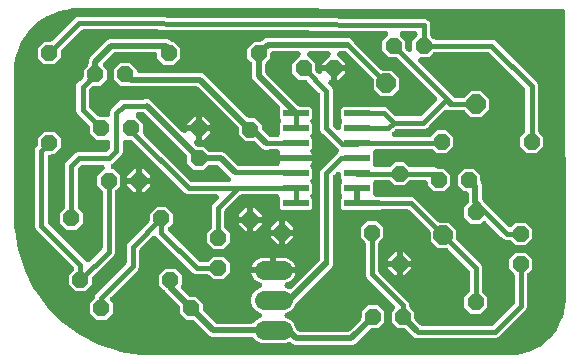
<source format=gbr>
G04 EAGLE Gerber RS-274X export*
G75*
%MOMM*%
%FSLAX34Y34*%
%LPD*%
%INBottom Copper*%
%IPPOS*%
%AMOC8*
5,1,8,0,0,1.08239X$1,22.5*%
G01*
%ADD10P,1.539592X8X202.500000*%
%ADD11P,1.539592X8X112.500000*%
%ADD12P,1.539592X8X22.500000*%
%ADD13P,1.539592X8X292.500000*%
%ADD14R,2.200000X0.600000*%
%ADD15C,1.625600*%
%ADD16P,1.759533X8X22.500000*%
%ADD17C,0.457200*%
%ADD18C,0.406400*%
%ADD19C,0.508000*%
%ADD20C,0.152400*%

G36*
X429995Y10165D02*
X429995Y10165D01*
X430087Y10165D01*
X435067Y10445D01*
X435124Y10453D01*
X435182Y10454D01*
X435490Y10504D01*
X445199Y12723D01*
X445322Y12763D01*
X445447Y12793D01*
X445569Y12843D01*
X445627Y12862D01*
X445666Y12883D01*
X445736Y12911D01*
X454707Y17237D01*
X454818Y17303D01*
X454933Y17360D01*
X455041Y17436D01*
X455094Y17467D01*
X455127Y17496D01*
X455189Y17540D01*
X462971Y23755D01*
X463065Y23844D01*
X463164Y23926D01*
X463253Y24024D01*
X463297Y24066D01*
X463323Y24102D01*
X463373Y24158D01*
X469576Y31950D01*
X469647Y32058D01*
X469726Y32160D01*
X469790Y32275D01*
X469824Y32326D01*
X469841Y32366D01*
X469878Y32432D01*
X474189Y41411D01*
X474234Y41531D01*
X474288Y41648D01*
X474325Y41775D01*
X474347Y41832D01*
X474355Y41876D01*
X474376Y41948D01*
X476578Y51661D01*
X476586Y51718D01*
X476601Y51774D01*
X476637Y52084D01*
X476909Y57064D01*
X476907Y57114D01*
X476913Y57206D01*
X476494Y301056D01*
X476492Y301087D01*
X476493Y301118D01*
X476471Y301311D01*
X476454Y301505D01*
X476445Y301535D01*
X476442Y301565D01*
X476386Y301750D01*
X476334Y301939D01*
X476321Y301967D01*
X476312Y301997D01*
X476225Y302169D01*
X476140Y302345D01*
X476122Y302371D01*
X476108Y302398D01*
X475991Y302552D01*
X475878Y302711D01*
X475855Y302733D01*
X475837Y302757D01*
X475694Y302889D01*
X475554Y303024D01*
X475529Y303042D01*
X475506Y303063D01*
X475342Y303167D01*
X475181Y303276D01*
X475152Y303288D01*
X475126Y303305D01*
X474946Y303379D01*
X474769Y303457D01*
X474739Y303465D01*
X474710Y303476D01*
X474520Y303518D01*
X474331Y303563D01*
X474300Y303565D01*
X474270Y303572D01*
X473958Y303591D01*
X66188Y304048D01*
X66187Y304048D01*
X63661Y304051D01*
X63616Y304047D01*
X63537Y304048D01*
X58496Y303806D01*
X58465Y303801D01*
X58434Y303802D01*
X58124Y303760D01*
X48235Y301801D01*
X48146Y301775D01*
X48054Y301758D01*
X47855Y301690D01*
X47803Y301675D01*
X47786Y301666D01*
X47758Y301657D01*
X38443Y297803D01*
X38360Y297759D01*
X38273Y297725D01*
X38092Y297619D01*
X38044Y297594D01*
X38028Y297582D01*
X38003Y297568D01*
X29620Y291967D01*
X29548Y291908D01*
X29469Y291858D01*
X29312Y291719D01*
X29270Y291685D01*
X29257Y291670D01*
X29235Y291651D01*
X22109Y284520D01*
X22049Y284448D01*
X21982Y284383D01*
X21855Y284216D01*
X21820Y284174D01*
X21811Y284158D01*
X21793Y284134D01*
X16198Y275748D01*
X16153Y275666D01*
X16100Y275589D01*
X16008Y275400D01*
X15982Y275353D01*
X15976Y275335D01*
X15963Y275308D01*
X12116Y265990D01*
X12088Y265900D01*
X12051Y265815D01*
X11998Y265613D01*
X11981Y265560D01*
X11979Y265541D01*
X11971Y265513D01*
X10019Y255622D01*
X10016Y255591D01*
X10008Y255561D01*
X9974Y255251D01*
X9735Y250210D01*
X9737Y250164D01*
X9732Y250085D01*
X9732Y249967D01*
X9737Y247563D01*
X9737Y247558D01*
X9940Y128935D01*
X9943Y126960D01*
X9944Y126409D01*
X9948Y126371D01*
X9946Y126309D01*
X10312Y117383D01*
X10315Y117358D01*
X10341Y117086D01*
X13161Y99455D01*
X13172Y99414D01*
X13176Y99371D01*
X13255Y99068D01*
X18795Y82095D01*
X18812Y82056D01*
X18823Y82014D01*
X18948Y81728D01*
X27072Y65829D01*
X27095Y65793D01*
X27113Y65753D01*
X27281Y65490D01*
X37790Y51056D01*
X37818Y51023D01*
X37841Y50987D01*
X38048Y50753D01*
X50684Y38139D01*
X50717Y38111D01*
X50746Y38079D01*
X50987Y37881D01*
X65438Y27396D01*
X65475Y27374D01*
X65509Y27346D01*
X65778Y27188D01*
X81690Y19090D01*
X81730Y19074D01*
X81767Y19052D01*
X82058Y18938D01*
X99040Y13426D01*
X99082Y13416D01*
X99122Y13401D01*
X99427Y13333D01*
X117062Y10543D01*
X117087Y10541D01*
X117360Y10513D01*
X126287Y10163D01*
X126324Y10165D01*
X126386Y10161D01*
X429945Y10161D01*
X429995Y10165D01*
G37*
%LPC*%
G36*
X247826Y18966D02*
X247826Y18966D01*
X245772Y19817D01*
X244629Y20960D01*
X244465Y21097D01*
X244305Y21234D01*
X244293Y21240D01*
X244283Y21249D01*
X244098Y21355D01*
X243916Y21461D01*
X243904Y21466D01*
X243892Y21472D01*
X243693Y21543D01*
X243493Y21616D01*
X243480Y21619D01*
X243468Y21623D01*
X243259Y21658D01*
X243050Y21695D01*
X243037Y21694D01*
X243024Y21697D01*
X242810Y21694D01*
X242600Y21693D01*
X242587Y21691D01*
X242574Y21691D01*
X242364Y21650D01*
X242157Y21612D01*
X242142Y21607D01*
X242131Y21605D01*
X242095Y21591D01*
X241861Y21511D01*
X239694Y20613D01*
X219193Y20613D01*
X215272Y22237D01*
X212560Y24949D01*
X212434Y25055D01*
X212313Y25166D01*
X212262Y25199D01*
X212215Y25238D01*
X212072Y25319D01*
X211933Y25408D01*
X211877Y25431D01*
X211824Y25461D01*
X211669Y25516D01*
X211517Y25579D01*
X211457Y25592D01*
X211400Y25612D01*
X211237Y25639D01*
X211077Y25673D01*
X211000Y25678D01*
X210955Y25686D01*
X210894Y25685D01*
X210765Y25693D01*
X177599Y25693D01*
X175545Y26543D01*
X162530Y39558D01*
X162404Y39664D01*
X162283Y39775D01*
X162232Y39808D01*
X162185Y39847D01*
X162042Y39929D01*
X161903Y40017D01*
X161847Y40040D01*
X161794Y40071D01*
X161639Y40126D01*
X161487Y40188D01*
X161427Y40201D01*
X161370Y40221D01*
X161207Y40248D01*
X161047Y40283D01*
X160970Y40288D01*
X160926Y40295D01*
X160864Y40294D01*
X160735Y40302D01*
X156039Y40302D01*
X150385Y45957D01*
X150385Y50652D01*
X150370Y50816D01*
X150363Y50980D01*
X150350Y51040D01*
X150345Y51101D01*
X150302Y51259D01*
X150266Y51420D01*
X150242Y51476D01*
X150226Y51535D01*
X150156Y51683D01*
X150092Y51835D01*
X150059Y51887D01*
X150033Y51942D01*
X149937Y52075D01*
X149848Y52213D01*
X149797Y52271D01*
X149771Y52308D01*
X149727Y52350D01*
X149641Y52448D01*
X137649Y64440D01*
X137469Y64874D01*
X137415Y64978D01*
X137370Y65086D01*
X137311Y65177D01*
X137260Y65273D01*
X137189Y65366D01*
X137125Y65464D01*
X137023Y65580D01*
X136985Y65629D01*
X136958Y65654D01*
X136919Y65698D01*
X132734Y69882D01*
X132734Y77879D01*
X138389Y83533D01*
X146385Y83533D01*
X152040Y77879D01*
X152040Y69883D01*
X151822Y69665D01*
X151800Y69638D01*
X151774Y69615D01*
X151656Y69467D01*
X151533Y69320D01*
X151516Y69289D01*
X151494Y69262D01*
X151405Y69095D01*
X151310Y68929D01*
X151298Y68896D01*
X151282Y68865D01*
X151223Y68684D01*
X151159Y68504D01*
X151153Y68470D01*
X151143Y68437D01*
X151117Y68248D01*
X151086Y68060D01*
X151086Y68026D01*
X151081Y67991D01*
X151089Y67800D01*
X151092Y67610D01*
X151098Y67576D01*
X151100Y67541D01*
X151141Y67355D01*
X151177Y67168D01*
X151190Y67136D01*
X151197Y67102D01*
X151271Y66925D01*
X151339Y66748D01*
X151357Y66718D01*
X151371Y66686D01*
X151475Y66525D01*
X151573Y66363D01*
X151596Y66337D01*
X151615Y66308D01*
X151822Y66074D01*
X157545Y60351D01*
X157671Y60246D01*
X157792Y60134D01*
X157843Y60102D01*
X157890Y60062D01*
X158033Y59981D01*
X158172Y59892D01*
X158228Y59869D01*
X158281Y59839D01*
X158436Y59784D01*
X158588Y59721D01*
X158648Y59709D01*
X158705Y59688D01*
X158868Y59661D01*
X159028Y59627D01*
X159105Y59622D01*
X159149Y59615D01*
X159211Y59616D01*
X159340Y59608D01*
X164036Y59608D01*
X169690Y53953D01*
X169690Y49258D01*
X169705Y49094D01*
X169712Y48929D01*
X169725Y48870D01*
X169730Y48809D01*
X169773Y48650D01*
X169809Y48490D01*
X169833Y48433D01*
X169849Y48375D01*
X169919Y48227D01*
X169983Y48074D01*
X170016Y48023D01*
X170042Y47968D01*
X170138Y47835D01*
X170227Y47696D01*
X170278Y47638D01*
X170304Y47602D01*
X170348Y47559D01*
X170434Y47462D01*
X180282Y37614D01*
X180408Y37508D01*
X180529Y37397D01*
X180581Y37364D01*
X180627Y37325D01*
X180770Y37243D01*
X180909Y37155D01*
X180966Y37132D01*
X181018Y37102D01*
X181173Y37047D01*
X181326Y36984D01*
X181385Y36971D01*
X181443Y36951D01*
X181605Y36924D01*
X181766Y36889D01*
X181843Y36885D01*
X181887Y36877D01*
X181948Y36878D01*
X182078Y36870D01*
X210765Y36870D01*
X210928Y36885D01*
X211093Y36891D01*
X211152Y36905D01*
X211213Y36910D01*
X211372Y36953D01*
X211532Y36989D01*
X211589Y37013D01*
X211648Y37029D01*
X211796Y37099D01*
X211948Y37163D01*
X211999Y37196D01*
X212054Y37222D01*
X212188Y37318D01*
X212326Y37407D01*
X212384Y37458D01*
X212420Y37484D01*
X212463Y37528D01*
X212560Y37614D01*
X215272Y40326D01*
X218434Y41635D01*
X218549Y41696D01*
X218668Y41747D01*
X218748Y41800D01*
X218833Y41844D01*
X218936Y41924D01*
X219044Y41995D01*
X219113Y42061D01*
X219189Y42120D01*
X219276Y42216D01*
X219370Y42306D01*
X219427Y42383D01*
X219490Y42454D01*
X219559Y42564D01*
X219636Y42669D01*
X219678Y42755D01*
X219728Y42836D01*
X219776Y42957D01*
X219834Y43074D01*
X219860Y43166D01*
X219895Y43254D01*
X219921Y43382D01*
X219957Y43507D01*
X219966Y43602D01*
X219985Y43696D01*
X219988Y43826D01*
X220001Y43955D01*
X219994Y44050D01*
X219996Y44146D01*
X219976Y44274D01*
X219966Y44404D01*
X219942Y44496D01*
X219927Y44591D01*
X219885Y44714D01*
X219852Y44840D01*
X219812Y44926D01*
X219781Y45017D01*
X219717Y45130D01*
X219663Y45248D01*
X219608Y45327D01*
X219561Y45410D01*
X219479Y45510D01*
X219404Y45617D01*
X219337Y45684D01*
X219276Y45758D01*
X219177Y45843D01*
X219085Y45934D01*
X219006Y45989D01*
X218934Y46051D01*
X218821Y46116D01*
X218715Y46190D01*
X218598Y46247D01*
X218545Y46278D01*
X218503Y46293D01*
X218434Y46327D01*
X215272Y47637D01*
X212271Y50638D01*
X210647Y54559D01*
X210647Y58804D01*
X212271Y62725D01*
X215272Y65726D01*
X218521Y67072D01*
X218525Y67074D01*
X218529Y67075D01*
X218726Y67179D01*
X218920Y67280D01*
X218923Y67283D01*
X218927Y67285D01*
X219104Y67422D01*
X219276Y67556D01*
X219279Y67559D01*
X219282Y67562D01*
X219429Y67726D01*
X219578Y67890D01*
X219580Y67894D01*
X219583Y67897D01*
X219699Y68085D01*
X219815Y68272D01*
X219817Y68276D01*
X219819Y68280D01*
X219901Y68486D01*
X219982Y68691D01*
X219983Y68695D01*
X219985Y68699D01*
X220028Y68913D01*
X220072Y69132D01*
X220072Y69136D01*
X220073Y69140D01*
X220078Y69356D01*
X220083Y69582D01*
X220082Y69586D01*
X220082Y69590D01*
X220049Y69803D01*
X220014Y70027D01*
X220013Y70031D01*
X220012Y70035D01*
X219940Y70244D01*
X219868Y70453D01*
X219866Y70456D01*
X219864Y70461D01*
X219755Y70655D01*
X219649Y70846D01*
X219646Y70849D01*
X219644Y70853D01*
X219502Y71025D01*
X219363Y71194D01*
X219360Y71197D01*
X219357Y71200D01*
X219187Y71345D01*
X219021Y71487D01*
X219017Y71489D01*
X219014Y71492D01*
X218820Y71604D01*
X218632Y71714D01*
X218628Y71716D01*
X218624Y71718D01*
X218334Y71832D01*
X217220Y72194D01*
X215724Y72957D01*
X214365Y73944D01*
X213178Y75131D01*
X212191Y76490D01*
X211428Y77986D01*
X210923Y79542D01*
X229443Y79542D01*
X229444Y79542D01*
X247964Y79542D01*
X247459Y77986D01*
X246696Y76490D01*
X245709Y75131D01*
X244522Y73944D01*
X243163Y72957D01*
X241667Y72194D01*
X240553Y71832D01*
X240550Y71831D01*
X240545Y71830D01*
X240343Y71743D01*
X240139Y71656D01*
X240136Y71654D01*
X240132Y71652D01*
X239950Y71532D01*
X239763Y71409D01*
X239760Y71406D01*
X239756Y71404D01*
X239598Y71253D01*
X239436Y71099D01*
X239433Y71096D01*
X239430Y71093D01*
X239300Y70915D01*
X239169Y70737D01*
X239167Y70733D01*
X239164Y70730D01*
X239067Y70530D01*
X238970Y70333D01*
X238968Y70329D01*
X238967Y70325D01*
X238905Y70109D01*
X238845Y69900D01*
X238845Y69896D01*
X238844Y69892D01*
X238821Y69665D01*
X238799Y69452D01*
X238799Y69448D01*
X238799Y69444D01*
X238817Y69220D01*
X238833Y69003D01*
X238834Y68999D01*
X238834Y68995D01*
X238890Y68780D01*
X238945Y68567D01*
X238947Y68564D01*
X238948Y68559D01*
X239040Y68361D01*
X239133Y68158D01*
X239136Y68155D01*
X239137Y68151D01*
X239263Y67971D01*
X239390Y67789D01*
X239393Y67786D01*
X239396Y67782D01*
X239555Y67624D01*
X239708Y67470D01*
X239712Y67468D01*
X239715Y67465D01*
X239898Y67338D01*
X240078Y67213D01*
X240082Y67211D01*
X240085Y67209D01*
X240366Y67072D01*
X242394Y66232D01*
X242598Y66168D01*
X242798Y66103D01*
X242811Y66101D01*
X242824Y66097D01*
X243035Y66070D01*
X243244Y66041D01*
X243257Y66042D01*
X243270Y66040D01*
X243481Y66051D01*
X243694Y66060D01*
X243707Y66063D01*
X243720Y66063D01*
X243926Y66111D01*
X244133Y66157D01*
X244146Y66162D01*
X244158Y66165D01*
X244352Y66249D01*
X244549Y66331D01*
X244560Y66338D01*
X244572Y66343D01*
X244748Y66459D01*
X244927Y66575D01*
X244939Y66586D01*
X244948Y66591D01*
X244976Y66619D01*
X245161Y66782D01*
X268259Y89880D01*
X268365Y90006D01*
X268476Y90127D01*
X268509Y90179D01*
X268548Y90225D01*
X268629Y90368D01*
X268718Y90507D01*
X268741Y90563D01*
X268771Y90616D01*
X268826Y90771D01*
X268889Y90923D01*
X268902Y90983D01*
X268922Y91041D01*
X268949Y91203D01*
X268984Y91364D01*
X268988Y91441D01*
X268996Y91485D01*
X268995Y91546D01*
X269003Y91676D01*
X269003Y165316D01*
X269815Y167277D01*
X271673Y169135D01*
X284227Y181689D01*
X284249Y181716D01*
X284275Y181738D01*
X284393Y181887D01*
X284516Y182034D01*
X284533Y182064D01*
X284555Y182091D01*
X284645Y182259D01*
X284739Y182425D01*
X284751Y182458D01*
X284767Y182488D01*
X284826Y182669D01*
X284890Y182849D01*
X284896Y182884D01*
X284907Y182917D01*
X284932Y183105D01*
X284964Y183294D01*
X284963Y183328D01*
X284968Y183363D01*
X284960Y183553D01*
X284958Y183744D01*
X284951Y183778D01*
X284950Y183813D01*
X284908Y183998D01*
X284872Y184186D01*
X284860Y184218D01*
X284852Y184252D01*
X284778Y184428D01*
X284710Y184606D01*
X284692Y184636D01*
X284678Y184668D01*
X284575Y184828D01*
X284476Y184991D01*
X284453Y185017D01*
X284434Y185046D01*
X284227Y185280D01*
X282537Y186970D01*
X272286Y197221D01*
X272196Y197296D01*
X272113Y197379D01*
X272024Y197440D01*
X271941Y197510D01*
X271839Y197568D01*
X271743Y197634D01*
X271604Y197702D01*
X271550Y197733D01*
X271515Y197746D01*
X271462Y197772D01*
X271316Y197832D01*
X269815Y199333D01*
X269003Y201294D01*
X269003Y230843D01*
X268988Y231007D01*
X268981Y231171D01*
X268968Y231231D01*
X268963Y231292D01*
X268920Y231451D01*
X268884Y231611D01*
X268860Y231667D01*
X268844Y231726D01*
X268774Y231874D01*
X268710Y232026D01*
X268677Y232078D01*
X268651Y232133D01*
X268555Y232266D01*
X268466Y232405D01*
X268415Y232462D01*
X268389Y232499D01*
X268345Y232541D01*
X268259Y232639D01*
X258140Y242758D01*
X258013Y242864D01*
X257892Y242975D01*
X257841Y243008D01*
X257794Y243047D01*
X257651Y243129D01*
X257513Y243217D01*
X257456Y243240D01*
X257403Y243271D01*
X257248Y243326D01*
X257096Y243388D01*
X257036Y243401D01*
X256979Y243421D01*
X256817Y243448D01*
X256656Y243483D01*
X256579Y243488D01*
X256535Y243495D01*
X256474Y243494D01*
X256344Y243502D01*
X251289Y243502D01*
X245635Y249157D01*
X245635Y257153D01*
X251850Y263368D01*
X251933Y263468D01*
X252024Y263561D01*
X252077Y263640D01*
X252139Y263713D01*
X252203Y263826D01*
X252276Y263934D01*
X252315Y264021D01*
X252362Y264104D01*
X252405Y264227D01*
X252458Y264346D01*
X252481Y264439D01*
X252513Y264529D01*
X252534Y264657D01*
X252565Y264783D01*
X252571Y264879D01*
X252586Y264973D01*
X252584Y265103D01*
X252592Y265233D01*
X252581Y265327D01*
X252580Y265423D01*
X252555Y265551D01*
X252540Y265680D01*
X252513Y265771D01*
X252495Y265865D01*
X252448Y265986D01*
X252410Y266111D01*
X252367Y266196D01*
X252332Y266285D01*
X252265Y266396D01*
X252206Y266512D01*
X252148Y266588D01*
X252098Y266670D01*
X252012Y266767D01*
X251934Y266871D01*
X251864Y266936D01*
X251800Y267007D01*
X251698Y267088D01*
X251603Y267176D01*
X251522Y267227D01*
X251447Y267287D01*
X251333Y267348D01*
X251223Y267418D01*
X251134Y267454D01*
X251050Y267499D01*
X250927Y267539D01*
X250806Y267589D01*
X250713Y267609D01*
X250622Y267638D01*
X250493Y267656D01*
X250366Y267684D01*
X250236Y267692D01*
X250176Y267700D01*
X250131Y267698D01*
X250054Y267703D01*
X229379Y267703D01*
X229345Y267700D01*
X229310Y267702D01*
X229121Y267680D01*
X228931Y267663D01*
X228898Y267654D01*
X228863Y267650D01*
X228680Y267594D01*
X228497Y267544D01*
X228465Y267530D01*
X228432Y267519D01*
X228262Y267433D01*
X228090Y267351D01*
X228062Y267331D01*
X228031Y267315D01*
X227879Y267200D01*
X227724Y267089D01*
X227700Y267064D01*
X227672Y267043D01*
X227543Y266903D01*
X227410Y266766D01*
X227390Y266737D01*
X227367Y266712D01*
X227264Y266551D01*
X227158Y266393D01*
X227144Y266361D01*
X227125Y266332D01*
X227053Y266156D01*
X226976Y265981D01*
X226967Y265948D01*
X226954Y265916D01*
X226914Y265729D01*
X226869Y265544D01*
X226867Y265509D01*
X226859Y265475D01*
X226840Y265164D01*
X226840Y261857D01*
X223520Y258536D01*
X223414Y258410D01*
X223303Y258289D01*
X223270Y258238D01*
X223231Y258191D01*
X223150Y258048D01*
X223061Y257909D01*
X223038Y257853D01*
X223008Y257800D01*
X222953Y257645D01*
X222890Y257493D01*
X222877Y257433D01*
X222857Y257376D01*
X222830Y257213D01*
X222795Y257053D01*
X222791Y256976D01*
X222783Y256931D01*
X222784Y256870D01*
X222776Y256741D01*
X222776Y250172D01*
X222791Y250008D01*
X222798Y249843D01*
X222811Y249784D01*
X222816Y249723D01*
X222859Y249564D01*
X222895Y249404D01*
X222919Y249348D01*
X222935Y249289D01*
X223005Y249141D01*
X223069Y248988D01*
X223102Y248937D01*
X223128Y248882D01*
X223224Y248749D01*
X223313Y248610D01*
X223364Y248552D01*
X223390Y248516D01*
X223434Y248473D01*
X223520Y248376D01*
X250557Y221339D01*
X250683Y221234D01*
X250804Y221122D01*
X250855Y221090D01*
X250902Y221050D01*
X251045Y220969D01*
X251184Y220880D01*
X251240Y220857D01*
X251293Y220827D01*
X251448Y220772D01*
X251600Y220709D01*
X251660Y220697D01*
X251717Y220676D01*
X251880Y220649D01*
X252040Y220615D01*
X252117Y220610D01*
X252162Y220603D01*
X252223Y220604D01*
X252352Y220596D01*
X260390Y220596D01*
X261878Y219107D01*
X261878Y211002D01*
X261376Y210500D01*
X261354Y210474D01*
X261328Y210451D01*
X261210Y210302D01*
X261087Y210155D01*
X261070Y210125D01*
X261049Y210098D01*
X260959Y209930D01*
X260864Y209764D01*
X260852Y209731D01*
X260836Y209701D01*
X260777Y209520D01*
X260713Y209340D01*
X260707Y209305D01*
X260697Y209273D01*
X260671Y209084D01*
X260640Y208896D01*
X260640Y208861D01*
X260635Y208827D01*
X260643Y208636D01*
X260646Y208445D01*
X260652Y208411D01*
X260654Y208377D01*
X260695Y208191D01*
X260731Y208003D01*
X260744Y207971D01*
X260751Y207937D01*
X260825Y207761D01*
X260894Y207583D01*
X260911Y207554D01*
X260925Y207522D01*
X261029Y207361D01*
X261127Y207199D01*
X261150Y207173D01*
X261169Y207143D01*
X261376Y206909D01*
X261878Y206407D01*
X261878Y198302D01*
X261376Y197800D01*
X261354Y197774D01*
X261328Y197751D01*
X261210Y197601D01*
X261087Y197455D01*
X261070Y197425D01*
X261049Y197398D01*
X260958Y197229D01*
X260864Y197064D01*
X260852Y197031D01*
X260836Y197001D01*
X260777Y196819D01*
X260713Y196640D01*
X260707Y196606D01*
X260697Y196573D01*
X260671Y196384D01*
X260640Y196196D01*
X260640Y196161D01*
X260635Y196127D01*
X260643Y195936D01*
X260646Y195745D01*
X260652Y195711D01*
X260654Y195677D01*
X260695Y195491D01*
X260731Y195303D01*
X260744Y195271D01*
X260751Y195237D01*
X260825Y195061D01*
X260894Y194883D01*
X260912Y194854D01*
X260925Y194822D01*
X261028Y194662D01*
X261127Y194498D01*
X261150Y194473D01*
X261169Y194443D01*
X261376Y194209D01*
X261878Y193707D01*
X261878Y185602D01*
X261376Y185100D01*
X261354Y185074D01*
X261328Y185051D01*
X261210Y184901D01*
X261087Y184755D01*
X261070Y184725D01*
X261048Y184698D01*
X260959Y184530D01*
X260864Y184364D01*
X260852Y184331D01*
X260836Y184301D01*
X260777Y184119D01*
X260713Y183940D01*
X260707Y183906D01*
X260697Y183872D01*
X260671Y183683D01*
X260640Y183496D01*
X260640Y183461D01*
X260635Y183426D01*
X260643Y183236D01*
X260646Y183045D01*
X260652Y183011D01*
X260654Y182977D01*
X260695Y182790D01*
X260731Y182603D01*
X260744Y182571D01*
X260751Y182537D01*
X260825Y182361D01*
X260894Y182183D01*
X260912Y182154D01*
X260925Y182122D01*
X261028Y181961D01*
X261127Y181799D01*
X261150Y181772D01*
X261169Y181743D01*
X261369Y181517D01*
X261705Y180936D01*
X261878Y180289D01*
X261878Y179494D01*
X248338Y179494D01*
X248337Y179494D01*
X234797Y179494D01*
X234797Y180289D01*
X234996Y181033D01*
X235061Y181173D01*
X235067Y181196D01*
X235077Y181217D01*
X235125Y181414D01*
X235176Y181609D01*
X235178Y181632D01*
X235183Y181654D01*
X235196Y181856D01*
X235212Y182058D01*
X235209Y182081D01*
X235211Y182104D01*
X235187Y182305D01*
X235168Y182506D01*
X235161Y182528D01*
X235159Y182551D01*
X235100Y182746D01*
X235045Y182939D01*
X235035Y182960D01*
X235028Y182982D01*
X234937Y183162D01*
X234848Y183344D01*
X234835Y183363D01*
X234824Y183383D01*
X234702Y183544D01*
X234583Y183708D01*
X234566Y183724D01*
X234552Y183742D01*
X234403Y183879D01*
X234257Y184019D01*
X234238Y184032D01*
X234221Y184047D01*
X234050Y184156D01*
X233882Y184268D01*
X233861Y184277D01*
X233841Y184289D01*
X233654Y184366D01*
X233469Y184446D01*
X233446Y184451D01*
X233425Y184460D01*
X233227Y184503D01*
X233030Y184549D01*
X233007Y184550D01*
X232984Y184555D01*
X232673Y184574D01*
X226381Y184574D01*
X226264Y184564D01*
X226147Y184563D01*
X226041Y184544D01*
X225932Y184534D01*
X225819Y184503D01*
X225704Y184482D01*
X225558Y184432D01*
X225498Y184416D01*
X225465Y184400D01*
X225409Y184381D01*
X224649Y184066D01*
X222426Y184066D01*
X220372Y184917D01*
X214336Y190953D01*
X214210Y191059D01*
X214089Y191170D01*
X214037Y191203D01*
X213990Y191242D01*
X213848Y191323D01*
X213709Y191412D01*
X213652Y191435D01*
X213599Y191465D01*
X213444Y191520D01*
X213292Y191583D01*
X213233Y191596D01*
X213175Y191616D01*
X213013Y191643D01*
X212852Y191677D01*
X212775Y191682D01*
X212731Y191690D01*
X212670Y191689D01*
X212540Y191697D01*
X205896Y191697D01*
X200242Y197351D01*
X200242Y202047D01*
X200227Y202210D01*
X200221Y202375D01*
X200207Y202434D01*
X200202Y202495D01*
X200159Y202654D01*
X200123Y202814D01*
X200100Y202871D01*
X200084Y202930D01*
X200013Y203078D01*
X199950Y203230D01*
X199916Y203281D01*
X199890Y203336D01*
X199795Y203470D01*
X199705Y203608D01*
X199654Y203666D01*
X199628Y203702D01*
X199584Y203745D01*
X199498Y203842D01*
X166183Y237157D01*
X166057Y237263D01*
X165936Y237374D01*
X165885Y237407D01*
X165838Y237446D01*
X165695Y237528D01*
X165556Y237616D01*
X165500Y237639D01*
X165447Y237670D01*
X165292Y237725D01*
X165140Y237787D01*
X165080Y237800D01*
X165022Y237821D01*
X164860Y237847D01*
X164699Y237882D01*
X164623Y237887D01*
X164578Y237894D01*
X164517Y237893D01*
X164388Y237901D01*
X107493Y237901D01*
X106656Y238248D01*
X106545Y238283D01*
X106436Y238327D01*
X106330Y238350D01*
X106226Y238383D01*
X106110Y238397D01*
X105996Y238422D01*
X105842Y238431D01*
X105780Y238439D01*
X105743Y238437D01*
X105684Y238441D01*
X100002Y238441D01*
X94348Y244096D01*
X94348Y252092D01*
X100002Y257747D01*
X107999Y257747D01*
X113653Y252092D01*
X113653Y251618D01*
X113656Y251583D01*
X113654Y251549D01*
X113676Y251359D01*
X113693Y251169D01*
X113702Y251136D01*
X113706Y251102D01*
X113762Y250919D01*
X113812Y250735D01*
X113827Y250704D01*
X113837Y250671D01*
X113924Y250500D01*
X114005Y250328D01*
X114025Y250300D01*
X114041Y250269D01*
X114156Y250117D01*
X114267Y249962D01*
X114292Y249938D01*
X114313Y249911D01*
X114453Y249781D01*
X114590Y249648D01*
X114619Y249629D01*
X114644Y249605D01*
X114805Y249503D01*
X114963Y249396D01*
X114995Y249382D01*
X115024Y249364D01*
X115200Y249291D01*
X115375Y249214D01*
X115409Y249206D01*
X115441Y249193D01*
X115627Y249152D01*
X115812Y249107D01*
X115847Y249105D01*
X115881Y249098D01*
X116193Y249079D01*
X168866Y249079D01*
X170920Y248228D01*
X172849Y246299D01*
X172849Y246298D01*
X207402Y211746D01*
X207528Y211640D01*
X207649Y211529D01*
X207700Y211496D01*
X207747Y211457D01*
X207890Y211375D01*
X208029Y211287D01*
X208085Y211264D01*
X208138Y211234D01*
X208293Y211179D01*
X208445Y211116D01*
X208505Y211103D01*
X208562Y211083D01*
X208725Y211056D01*
X208886Y211021D01*
X208962Y211017D01*
X209007Y211009D01*
X209068Y211010D01*
X209197Y211002D01*
X213893Y211002D01*
X219547Y205348D01*
X219547Y202600D01*
X219562Y202437D01*
X219569Y202272D01*
X219582Y202213D01*
X219587Y202152D01*
X219631Y201993D01*
X219666Y201833D01*
X219690Y201776D01*
X219706Y201717D01*
X219776Y201569D01*
X219840Y201417D01*
X219873Y201366D01*
X219899Y201311D01*
X219995Y201177D01*
X220084Y201039D01*
X220135Y200981D01*
X220161Y200945D01*
X220205Y200902D01*
X220291Y200805D01*
X225617Y195479D01*
X225743Y195374D01*
X225864Y195262D01*
X225915Y195230D01*
X225962Y195190D01*
X226105Y195109D01*
X226244Y195020D01*
X226300Y194997D01*
X226353Y194967D01*
X226508Y194912D01*
X226660Y194849D01*
X226720Y194837D01*
X226777Y194816D01*
X226940Y194789D01*
X227100Y194755D01*
X227177Y194750D01*
X227222Y194743D01*
X227283Y194744D01*
X227412Y194736D01*
X232258Y194736D01*
X232292Y194739D01*
X232327Y194736D01*
X232516Y194759D01*
X232706Y194775D01*
X232739Y194785D01*
X232774Y194789D01*
X232957Y194844D01*
X233140Y194894D01*
X233172Y194909D01*
X233205Y194919D01*
X233375Y195006D01*
X233547Y195087D01*
X233575Y195107D01*
X233606Y195123D01*
X233758Y195238D01*
X233913Y195349D01*
X233937Y195374D01*
X233965Y195395D01*
X234094Y195535D01*
X234227Y195672D01*
X234247Y195701D01*
X234270Y195726D01*
X234373Y195887D01*
X234479Y196045D01*
X234493Y196077D01*
X234512Y196106D01*
X234584Y196283D01*
X234661Y196457D01*
X234670Y196491D01*
X234683Y196523D01*
X234723Y196709D01*
X234768Y196894D01*
X234770Y196929D01*
X234778Y196963D01*
X234797Y197275D01*
X234797Y206407D01*
X235299Y206909D01*
X235321Y206936D01*
X235347Y206959D01*
X235465Y207108D01*
X235588Y207255D01*
X235605Y207285D01*
X235626Y207312D01*
X235717Y207480D01*
X235811Y207646D01*
X235823Y207678D01*
X235839Y207709D01*
X235898Y207890D01*
X235962Y208070D01*
X235968Y208104D01*
X235978Y208137D01*
X236004Y208326D01*
X236035Y208514D01*
X236035Y208549D01*
X236040Y208583D01*
X236032Y208774D01*
X236029Y208964D01*
X236023Y208998D01*
X236021Y209033D01*
X235980Y209219D01*
X235944Y209406D01*
X235931Y209439D01*
X235924Y209473D01*
X235850Y209648D01*
X235781Y209826D01*
X235763Y209856D01*
X235750Y209888D01*
X235647Y210048D01*
X235548Y210211D01*
X235525Y210237D01*
X235506Y210266D01*
X235299Y210500D01*
X234797Y211002D01*
X234797Y219804D01*
X234799Y219820D01*
X234830Y220008D01*
X234830Y220043D01*
X234834Y220078D01*
X234827Y220268D01*
X234824Y220458D01*
X234817Y220493D01*
X234816Y220528D01*
X234775Y220713D01*
X234739Y220900D01*
X234726Y220933D01*
X234718Y220967D01*
X234645Y221142D01*
X234577Y221320D01*
X234558Y221350D01*
X234545Y221383D01*
X234441Y221543D01*
X234343Y221705D01*
X234320Y221731D01*
X234301Y221761D01*
X234094Y221995D01*
X212450Y243639D01*
X211599Y245693D01*
X211599Y256741D01*
X211584Y256904D01*
X211577Y257069D01*
X211564Y257128D01*
X211559Y257189D01*
X211516Y257348D01*
X211480Y257508D01*
X211456Y257565D01*
X211440Y257624D01*
X211370Y257772D01*
X211306Y257924D01*
X211273Y257975D01*
X211247Y258030D01*
X211151Y258164D01*
X211062Y258302D01*
X211011Y258360D01*
X210985Y258396D01*
X210941Y258439D01*
X210855Y258536D01*
X207535Y261857D01*
X207535Y269853D01*
X213189Y275508D01*
X217885Y275508D01*
X218048Y275522D01*
X218213Y275529D01*
X218272Y275542D01*
X218333Y275547D01*
X218492Y275591D01*
X218653Y275626D01*
X218709Y275650D01*
X218768Y275666D01*
X218916Y275737D01*
X219068Y275800D01*
X219119Y275833D01*
X219174Y275859D01*
X219308Y275955D01*
X219446Y276044D01*
X219504Y276095D01*
X219540Y276121D01*
X219583Y276165D01*
X219680Y276251D01*
X221458Y278029D01*
X223513Y278880D01*
X293412Y278880D01*
X295467Y278029D01*
X297039Y276457D01*
X297353Y275698D01*
X297407Y275594D01*
X297453Y275486D01*
X297512Y275395D01*
X297562Y275298D01*
X297633Y275206D01*
X297697Y275108D01*
X297799Y274992D01*
X297838Y274942D01*
X297864Y274918D01*
X297904Y274874D01*
X320983Y251794D01*
X321110Y251688D01*
X321231Y251577D01*
X321282Y251544D01*
X321329Y251505D01*
X321471Y251424D01*
X321610Y251335D01*
X321667Y251312D01*
X321720Y251282D01*
X321875Y251227D01*
X322027Y251164D01*
X322086Y251152D01*
X322144Y251131D01*
X322306Y251104D01*
X322467Y251070D01*
X322544Y251065D01*
X322588Y251058D01*
X322649Y251058D01*
X322779Y251050D01*
X329559Y251050D01*
X335809Y244801D01*
X335809Y235963D01*
X329559Y229713D01*
X320721Y229713D01*
X314471Y235963D01*
X314471Y242884D01*
X314457Y243047D01*
X314450Y243212D01*
X314437Y243271D01*
X314432Y243332D01*
X314388Y243491D01*
X314353Y243651D01*
X314329Y243708D01*
X314313Y243767D01*
X314243Y243915D01*
X314179Y244067D01*
X314146Y244118D01*
X314120Y244173D01*
X314024Y244307D01*
X313935Y244445D01*
X313884Y244503D01*
X313858Y244539D01*
X313814Y244582D01*
X313728Y244679D01*
X291448Y266959D01*
X291322Y267065D01*
X291201Y267176D01*
X291149Y267209D01*
X291103Y267248D01*
X290960Y267329D01*
X290821Y267418D01*
X290765Y267441D01*
X290712Y267471D01*
X290557Y267526D01*
X290405Y267589D01*
X290345Y267602D01*
X290287Y267622D01*
X290125Y267649D01*
X289964Y267684D01*
X289887Y267688D01*
X289843Y267696D01*
X289782Y267695D01*
X289652Y267703D01*
X285921Y267703D01*
X285791Y267691D01*
X285661Y267689D01*
X285568Y267671D01*
X285472Y267663D01*
X285347Y267629D01*
X285219Y267604D01*
X285130Y267569D01*
X285038Y267544D01*
X284921Y267489D01*
X284799Y267442D01*
X284717Y267392D01*
X284631Y267351D01*
X284526Y267275D01*
X284414Y267208D01*
X284343Y267144D01*
X284265Y267089D01*
X284175Y266996D01*
X284077Y266910D01*
X284018Y266835D01*
X283951Y266766D01*
X283878Y266658D01*
X283798Y266556D01*
X283753Y266472D01*
X283699Y266393D01*
X283646Y266274D01*
X283585Y266160D01*
X283556Y266069D01*
X283517Y265981D01*
X283486Y265855D01*
X283446Y265731D01*
X283433Y265637D01*
X283410Y265544D01*
X283402Y265414D01*
X283384Y265285D01*
X283388Y265190D01*
X283383Y265094D01*
X283398Y264965D01*
X283403Y264835D01*
X283424Y264742D01*
X283435Y264647D01*
X283472Y264523D01*
X283500Y264396D01*
X283537Y264308D01*
X283565Y264216D01*
X283624Y264100D01*
X283674Y263980D01*
X283726Y263900D01*
X283769Y263815D01*
X283848Y263711D01*
X283918Y263602D01*
X284005Y263505D01*
X284041Y263456D01*
X284074Y263426D01*
X284125Y263368D01*
X290340Y257153D01*
X290340Y255694D01*
X280688Y255694D01*
X280687Y255694D01*
X271035Y255694D01*
X271035Y257153D01*
X277250Y263368D01*
X277333Y263468D01*
X277424Y263561D01*
X277477Y263640D01*
X277539Y263713D01*
X277603Y263826D01*
X277676Y263934D01*
X277715Y264021D01*
X277762Y264104D01*
X277805Y264227D01*
X277858Y264346D01*
X277881Y264439D01*
X277913Y264529D01*
X277934Y264657D01*
X277965Y264783D01*
X277971Y264879D01*
X277986Y264973D01*
X277984Y265103D01*
X277992Y265233D01*
X277981Y265327D01*
X277980Y265423D01*
X277955Y265551D01*
X277940Y265680D01*
X277913Y265771D01*
X277895Y265865D01*
X277848Y265986D01*
X277810Y266111D01*
X277767Y266196D01*
X277732Y266285D01*
X277665Y266396D01*
X277606Y266512D01*
X277548Y266588D01*
X277498Y266670D01*
X277412Y266767D01*
X277334Y266871D01*
X277264Y266936D01*
X277200Y267007D01*
X277098Y267088D01*
X277003Y267176D01*
X276922Y267227D01*
X276847Y267287D01*
X276733Y267348D01*
X276623Y267418D01*
X276534Y267454D01*
X276450Y267499D01*
X276327Y267539D01*
X276206Y267589D01*
X276113Y267609D01*
X276022Y267638D01*
X275893Y267656D01*
X275766Y267684D01*
X275636Y267692D01*
X275576Y267700D01*
X275531Y267698D01*
X275454Y267703D01*
X260521Y267703D01*
X260391Y267691D01*
X260261Y267689D01*
X260168Y267671D01*
X260072Y267663D01*
X259947Y267629D01*
X259819Y267604D01*
X259730Y267569D01*
X259638Y267544D01*
X259521Y267489D01*
X259399Y267442D01*
X259317Y267392D01*
X259231Y267351D01*
X259126Y267275D01*
X259014Y267208D01*
X258943Y267144D01*
X258865Y267089D01*
X258775Y266996D01*
X258677Y266910D01*
X258618Y266835D01*
X258551Y266766D01*
X258478Y266658D01*
X258398Y266556D01*
X258353Y266472D01*
X258299Y266393D01*
X258246Y266274D01*
X258185Y266160D01*
X258156Y266069D01*
X258117Y265981D01*
X258086Y265855D01*
X258046Y265731D01*
X258033Y265637D01*
X258010Y265544D01*
X258002Y265414D01*
X257984Y265285D01*
X257988Y265190D01*
X257983Y265094D01*
X257998Y264965D01*
X258003Y264835D01*
X258024Y264742D01*
X258035Y264647D01*
X258072Y264523D01*
X258100Y264396D01*
X258137Y264308D01*
X258165Y264216D01*
X258224Y264100D01*
X258274Y263980D01*
X258326Y263900D01*
X258369Y263815D01*
X258448Y263711D01*
X258518Y263602D01*
X258605Y263505D01*
X258641Y263456D01*
X258674Y263426D01*
X258725Y263368D01*
X264940Y257153D01*
X264940Y252098D01*
X264955Y251934D01*
X264962Y251770D01*
X264975Y251711D01*
X264980Y251650D01*
X265023Y251491D01*
X265059Y251331D01*
X265083Y251274D01*
X265099Y251215D01*
X265169Y251067D01*
X265233Y250915D01*
X265266Y250864D01*
X265292Y250809D01*
X265388Y250675D01*
X265477Y250537D01*
X265528Y250479D01*
X265554Y250443D01*
X265598Y250400D01*
X265684Y250303D01*
X266700Y249287D01*
X266800Y249203D01*
X266893Y249113D01*
X266972Y249059D01*
X267045Y248998D01*
X267158Y248933D01*
X267266Y248861D01*
X267353Y248822D01*
X267436Y248774D01*
X267559Y248731D01*
X267678Y248678D01*
X267771Y248656D01*
X267861Y248624D01*
X267989Y248602D01*
X268115Y248572D01*
X268211Y248566D01*
X268305Y248550D01*
X268435Y248552D01*
X268565Y248544D01*
X268659Y248555D01*
X268755Y248556D01*
X268883Y248581D01*
X269012Y248596D01*
X269103Y248624D01*
X269197Y248642D01*
X269318Y248689D01*
X269443Y248726D01*
X269528Y248770D01*
X269617Y248804D01*
X269728Y248872D01*
X269844Y248931D01*
X269920Y248988D01*
X270002Y249038D01*
X270099Y249124D01*
X270203Y249203D01*
X270268Y249273D01*
X270339Y249336D01*
X270420Y249438D01*
X270508Y249534D01*
X270559Y249614D01*
X270619Y249689D01*
X270680Y249804D01*
X270750Y249914D01*
X270786Y250002D01*
X270831Y250086D01*
X270871Y250210D01*
X270921Y250330D01*
X270941Y250424D01*
X270970Y250514D01*
X270984Y250615D01*
X278148Y250615D01*
X278148Y243457D01*
X278041Y243428D01*
X277913Y243403D01*
X277824Y243369D01*
X277732Y243344D01*
X277615Y243288D01*
X277493Y243241D01*
X277412Y243191D01*
X277326Y243150D01*
X277220Y243075D01*
X277109Y243007D01*
X277037Y242944D01*
X276959Y242888D01*
X276869Y242795D01*
X276771Y242709D01*
X276712Y242634D01*
X276645Y242565D01*
X276572Y242458D01*
X276492Y242356D01*
X276447Y242272D01*
X276393Y242192D01*
X276341Y242074D01*
X276279Y241959D01*
X276250Y241868D01*
X276211Y241781D01*
X276180Y241654D01*
X276140Y241531D01*
X276127Y241436D01*
X276104Y241343D01*
X276096Y241214D01*
X276079Y241085D01*
X276083Y240989D01*
X276077Y240894D01*
X276092Y240765D01*
X276097Y240635D01*
X276118Y240541D01*
X276129Y240447D01*
X276166Y240322D01*
X276195Y240195D01*
X276231Y240107D01*
X276259Y240016D01*
X276318Y239900D01*
X276368Y239780D01*
X276420Y239699D01*
X276463Y239614D01*
X276542Y239511D01*
X276613Y239401D01*
X276699Y239304D01*
X276735Y239255D01*
X276768Y239225D01*
X276819Y239167D01*
X278860Y237127D01*
X279672Y235166D01*
X279672Y205257D01*
X279687Y205093D01*
X279694Y204929D01*
X279707Y204869D01*
X279712Y204809D01*
X279755Y204650D01*
X279791Y204489D01*
X279815Y204433D01*
X279831Y204374D01*
X279901Y204226D01*
X279965Y204074D01*
X279998Y204023D01*
X280024Y203968D01*
X280119Y203834D01*
X280209Y203696D01*
X280260Y203638D01*
X280286Y203602D01*
X280330Y203559D01*
X280416Y203462D01*
X282462Y201416D01*
X282562Y201332D01*
X282655Y201241D01*
X282734Y201188D01*
X282807Y201127D01*
X282920Y201062D01*
X283028Y200989D01*
X283115Y200951D01*
X283198Y200903D01*
X283321Y200860D01*
X283440Y200807D01*
X283532Y200785D01*
X283623Y200752D01*
X283751Y200731D01*
X283877Y200700D01*
X283973Y200695D01*
X284067Y200679D01*
X284197Y200681D01*
X284327Y200673D01*
X284421Y200684D01*
X284517Y200685D01*
X284645Y200710D01*
X284774Y200725D01*
X284865Y200753D01*
X284959Y200771D01*
X285080Y200817D01*
X285205Y200855D01*
X285290Y200899D01*
X285379Y200933D01*
X285490Y201000D01*
X285606Y201060D01*
X285682Y201117D01*
X285764Y201167D01*
X285861Y201253D01*
X285965Y201332D01*
X286030Y201402D01*
X286101Y201465D01*
X286182Y201567D01*
X286270Y201663D01*
X286321Y201743D01*
X286381Y201818D01*
X286442Y201933D01*
X286512Y202042D01*
X286548Y202131D01*
X286593Y202215D01*
X286633Y202339D01*
X286683Y202459D01*
X286703Y202552D01*
X286732Y202643D01*
X286750Y202772D01*
X286778Y202899D01*
X286786Y203029D01*
X286794Y203089D01*
X286792Y203134D01*
X286797Y203211D01*
X286797Y206407D01*
X287299Y206909D01*
X287321Y206936D01*
X287347Y206959D01*
X287465Y207108D01*
X287588Y207255D01*
X287605Y207285D01*
X287626Y207312D01*
X287716Y207480D01*
X287811Y207646D01*
X287823Y207678D01*
X287839Y207709D01*
X287898Y207890D01*
X287962Y208070D01*
X287968Y208104D01*
X287978Y208137D01*
X288004Y208326D01*
X288035Y208514D01*
X288035Y208549D01*
X288040Y208583D01*
X288032Y208774D01*
X288029Y208964D01*
X288023Y208998D01*
X288021Y209033D01*
X287980Y209219D01*
X287944Y209406D01*
X287931Y209439D01*
X287924Y209473D01*
X287850Y209649D01*
X287781Y209826D01*
X287764Y209856D01*
X287750Y209888D01*
X287646Y210048D01*
X287548Y210211D01*
X287525Y210237D01*
X287506Y210266D01*
X287299Y210500D01*
X286797Y211002D01*
X286797Y219107D01*
X288285Y220596D01*
X312445Y220596D01*
X312452Y220590D01*
X312594Y220509D01*
X312733Y220420D01*
X312790Y220397D01*
X312843Y220367D01*
X312997Y220312D01*
X313150Y220249D01*
X313209Y220237D01*
X313267Y220216D01*
X313429Y220189D01*
X313590Y220155D01*
X313667Y220150D01*
X313711Y220143D01*
X313772Y220144D01*
X313902Y220136D01*
X324248Y220136D01*
X326115Y219362D01*
X332330Y213147D01*
X332456Y213042D01*
X332577Y212930D01*
X332628Y212898D01*
X332675Y212859D01*
X332818Y212777D01*
X332957Y212689D01*
X333013Y212665D01*
X333066Y212635D01*
X333221Y212580D01*
X333373Y212518D01*
X333433Y212505D01*
X333490Y212484D01*
X333653Y212458D01*
X333813Y212423D01*
X333890Y212418D01*
X333935Y212411D01*
X333996Y212412D01*
X334125Y212404D01*
X353424Y212404D01*
X353588Y212418D01*
X353752Y212425D01*
X353812Y212438D01*
X353873Y212444D01*
X354032Y212487D01*
X354192Y212523D01*
X354248Y212546D01*
X354307Y212562D01*
X354455Y212633D01*
X354607Y212696D01*
X354659Y212729D01*
X354714Y212756D01*
X354847Y212851D01*
X354986Y212941D01*
X355043Y212992D01*
X355080Y213018D01*
X355122Y213061D01*
X355220Y213147D01*
X367494Y225422D01*
X367517Y225449D01*
X367542Y225471D01*
X367660Y225620D01*
X367783Y225767D01*
X367800Y225797D01*
X367822Y225824D01*
X367912Y225992D01*
X368006Y226158D01*
X368018Y226191D01*
X368034Y226221D01*
X368093Y226402D01*
X368157Y226582D01*
X368163Y226617D01*
X368174Y226650D01*
X368200Y226838D01*
X368231Y227027D01*
X368230Y227061D01*
X368235Y227096D01*
X368227Y227286D01*
X368225Y227477D01*
X368218Y227511D01*
X368217Y227545D01*
X368175Y227731D01*
X368139Y227919D01*
X368127Y227951D01*
X368119Y227985D01*
X368046Y228161D01*
X367977Y228339D01*
X367959Y228368D01*
X367945Y228400D01*
X367842Y228561D01*
X367743Y228724D01*
X367720Y228750D01*
X367701Y228779D01*
X367494Y229013D01*
X334699Y261808D01*
X334572Y261914D01*
X334452Y262025D01*
X334400Y262058D01*
X334353Y262097D01*
X334211Y262179D01*
X334072Y262267D01*
X334015Y262290D01*
X333962Y262321D01*
X333808Y262376D01*
X333655Y262438D01*
X333596Y262451D01*
X333538Y262471D01*
X333376Y262498D01*
X333215Y262533D01*
X333138Y262538D01*
X333094Y262545D01*
X333033Y262544D01*
X332903Y262552D01*
X327489Y262552D01*
X321835Y268207D01*
X321835Y276203D01*
X325977Y280345D01*
X326056Y280440D01*
X326142Y280528D01*
X326200Y280612D01*
X326266Y280690D01*
X326327Y280797D01*
X326396Y280899D01*
X326438Y280993D01*
X326489Y281081D01*
X326530Y281198D01*
X326581Y281310D01*
X326606Y281409D01*
X326640Y281506D01*
X326660Y281627D01*
X326690Y281747D01*
X326697Y281849D01*
X326713Y281950D01*
X326712Y282073D01*
X326720Y282196D01*
X326709Y282298D01*
X326707Y282400D01*
X326684Y282521D01*
X326670Y282644D01*
X326641Y282742D01*
X326622Y282842D01*
X326577Y282957D01*
X326542Y283075D01*
X326496Y283167D01*
X326459Y283262D01*
X326395Y283368D01*
X326340Y283478D01*
X326279Y283559D01*
X326225Y283647D01*
X326144Y283739D01*
X326070Y283838D01*
X325995Y283908D01*
X325927Y283984D01*
X325830Y284061D01*
X325740Y284145D01*
X325654Y284200D01*
X325574Y284264D01*
X325466Y284322D01*
X325362Y284389D01*
X325267Y284428D01*
X325177Y284476D01*
X325060Y284514D01*
X324946Y284562D01*
X324846Y284584D01*
X324749Y284616D01*
X324627Y284632D01*
X324506Y284659D01*
X324365Y284668D01*
X324303Y284677D01*
X324262Y284675D01*
X324195Y284680D01*
X68216Y286031D01*
X68046Y286017D01*
X67874Y286010D01*
X67821Y285998D01*
X67767Y285993D01*
X67602Y285949D01*
X67435Y285912D01*
X67385Y285891D01*
X67332Y285877D01*
X67178Y285805D01*
X67019Y285739D01*
X66974Y285709D01*
X66925Y285686D01*
X66785Y285587D01*
X66641Y285494D01*
X66590Y285449D01*
X66557Y285426D01*
X66514Y285381D01*
X66407Y285287D01*
X50024Y268905D01*
X49919Y268778D01*
X49807Y268657D01*
X49775Y268606D01*
X49735Y268559D01*
X49654Y268417D01*
X49566Y268278D01*
X49542Y268221D01*
X49512Y268168D01*
X49457Y268013D01*
X49395Y267861D01*
X49382Y267802D01*
X49361Y267744D01*
X49334Y267582D01*
X49300Y267421D01*
X49295Y267344D01*
X49288Y267300D01*
X49289Y267239D01*
X49281Y267109D01*
X49281Y262054D01*
X43626Y256400D01*
X35630Y256400D01*
X29975Y262054D01*
X29975Y270051D01*
X35630Y275705D01*
X40684Y275705D01*
X40848Y275720D01*
X41012Y275727D01*
X41072Y275740D01*
X41133Y275745D01*
X41292Y275789D01*
X41452Y275824D01*
X41508Y275848D01*
X41567Y275864D01*
X41715Y275934D01*
X41867Y275998D01*
X41919Y276031D01*
X41974Y276057D01*
X42107Y276153D01*
X42246Y276242D01*
X42304Y276293D01*
X42340Y276319D01*
X42382Y276363D01*
X42480Y276449D01*
X60094Y294063D01*
X60150Y294130D01*
X61191Y295160D01*
X61195Y295164D01*
X61201Y295170D01*
X61947Y295916D01*
X62925Y296315D01*
X62930Y296318D01*
X62938Y296320D01*
X63911Y296723D01*
X64965Y296718D01*
X64971Y296718D01*
X64979Y296718D01*
X66396Y296718D01*
X66447Y296711D01*
X66479Y296713D01*
X66531Y296709D01*
X356895Y295177D01*
X356901Y295177D01*
X356908Y295177D01*
X357963Y295177D01*
X358937Y294767D01*
X358942Y294766D01*
X358949Y294762D01*
X359923Y294359D01*
X360665Y293609D01*
X360669Y293606D01*
X360674Y293600D01*
X361420Y292854D01*
X361820Y291875D01*
X361822Y291870D01*
X361825Y291863D01*
X362228Y290890D01*
X362222Y289835D01*
X362223Y289829D01*
X362222Y289821D01*
X362222Y281573D01*
X362237Y281409D01*
X362244Y281245D01*
X362257Y281185D01*
X362262Y281124D01*
X362305Y280966D01*
X362341Y280805D01*
X362365Y280749D01*
X362381Y280690D01*
X362451Y280542D01*
X362515Y280390D01*
X362548Y280338D01*
X362574Y280283D01*
X362670Y280150D01*
X362759Y280011D01*
X362810Y279954D01*
X362836Y279917D01*
X362880Y279875D01*
X362966Y279777D01*
X364460Y278283D01*
X364586Y278178D01*
X364707Y278066D01*
X364759Y278034D01*
X364805Y277994D01*
X364948Y277913D01*
X365087Y277824D01*
X365143Y277801D01*
X365196Y277771D01*
X365351Y277716D01*
X365503Y277653D01*
X365563Y277641D01*
X365621Y277620D01*
X365783Y277593D01*
X365944Y277559D01*
X366021Y277554D01*
X366065Y277547D01*
X366126Y277548D01*
X366256Y277540D01*
X415099Y277540D01*
X417059Y276727D01*
X452667Y241120D01*
X453479Y239159D01*
X453479Y200530D01*
X453494Y200366D01*
X453500Y200202D01*
X453514Y200142D01*
X453519Y200081D01*
X453562Y199923D01*
X453598Y199762D01*
X453622Y199706D01*
X453638Y199647D01*
X453708Y199499D01*
X453772Y199347D01*
X453805Y199295D01*
X453831Y199240D01*
X453927Y199107D01*
X454016Y198968D01*
X454067Y198911D01*
X454093Y198874D01*
X454137Y198832D01*
X454223Y198734D01*
X457797Y195160D01*
X457797Y187164D01*
X452143Y181509D01*
X444146Y181509D01*
X438492Y187164D01*
X438492Y195160D01*
X442066Y198734D01*
X442171Y198860D01*
X442283Y198981D01*
X442316Y199033D01*
X442355Y199080D01*
X442436Y199222D01*
X442525Y199361D01*
X442548Y199418D01*
X442578Y199471D01*
X442633Y199626D01*
X442696Y199778D01*
X442709Y199837D01*
X442729Y199895D01*
X442756Y200057D01*
X442790Y200218D01*
X442795Y200295D01*
X442803Y200339D01*
X442802Y200400D01*
X442810Y200530D01*
X442810Y234836D01*
X442795Y235000D01*
X442788Y235164D01*
X442775Y235224D01*
X442770Y235285D01*
X442726Y235444D01*
X442691Y235604D01*
X442667Y235660D01*
X442651Y235719D01*
X442581Y235867D01*
X442517Y236020D01*
X442484Y236071D01*
X442458Y236126D01*
X442362Y236259D01*
X442273Y236398D01*
X442222Y236456D01*
X442196Y236492D01*
X442152Y236534D01*
X442066Y236632D01*
X412572Y266126D01*
X412445Y266232D01*
X412324Y266343D01*
X412273Y266376D01*
X412226Y266415D01*
X412083Y266497D01*
X411945Y266585D01*
X411888Y266608D01*
X411835Y266639D01*
X411680Y266694D01*
X411528Y266756D01*
X411468Y266769D01*
X411411Y266789D01*
X411249Y266816D01*
X411088Y266851D01*
X411011Y266856D01*
X410967Y266863D01*
X410906Y266862D01*
X410776Y266870D01*
X366256Y266870D01*
X366092Y266856D01*
X365927Y266849D01*
X365868Y266836D01*
X365807Y266830D01*
X365648Y266787D01*
X365488Y266751D01*
X365432Y266728D01*
X365373Y266712D01*
X365224Y266641D01*
X365072Y266578D01*
X365021Y266544D01*
X364966Y266518D01*
X364832Y266423D01*
X364694Y266333D01*
X364636Y266282D01*
X364600Y266256D01*
X364557Y266212D01*
X364460Y266126D01*
X360886Y262552D01*
X354456Y262552D01*
X354326Y262541D01*
X354196Y262539D01*
X354102Y262521D01*
X354007Y262512D01*
X353882Y262478D01*
X353754Y262453D01*
X353665Y262419D01*
X353573Y262394D01*
X353456Y262338D01*
X353334Y262291D01*
X353252Y262241D01*
X353166Y262200D01*
X353061Y262125D01*
X352949Y262057D01*
X352878Y261994D01*
X352800Y261938D01*
X352709Y261845D01*
X352612Y261759D01*
X352553Y261684D01*
X352486Y261615D01*
X352413Y261507D01*
X352333Y261406D01*
X352288Y261322D01*
X352234Y261242D01*
X352181Y261123D01*
X352120Y261009D01*
X352090Y260918D01*
X352052Y260831D01*
X352021Y260704D01*
X351981Y260581D01*
X351968Y260486D01*
X351945Y260393D01*
X351937Y260264D01*
X351919Y260135D01*
X351923Y260039D01*
X351917Y259944D01*
X351932Y259815D01*
X351938Y259685D01*
X351958Y259591D01*
X351970Y259497D01*
X352007Y259372D01*
X352035Y259245D01*
X352072Y259157D01*
X352100Y259066D01*
X352159Y258950D01*
X352209Y258830D01*
X352261Y258749D01*
X352304Y258664D01*
X352383Y258561D01*
X352453Y258451D01*
X352539Y258354D01*
X352576Y258305D01*
X352609Y258275D01*
X352660Y258217D01*
X382123Y228754D01*
X382250Y228649D01*
X382370Y228537D01*
X382422Y228505D01*
X382469Y228465D01*
X382611Y228384D01*
X382750Y228295D01*
X382807Y228272D01*
X382860Y228242D01*
X383014Y228187D01*
X383167Y228125D01*
X383226Y228112D01*
X383284Y228091D01*
X383446Y228064D01*
X383607Y228030D01*
X383684Y228025D01*
X383728Y228018D01*
X383789Y228019D01*
X383919Y228011D01*
X390206Y228011D01*
X390369Y228025D01*
X390534Y228032D01*
X390593Y228045D01*
X390654Y228050D01*
X390813Y228094D01*
X390973Y228129D01*
X391030Y228153D01*
X391088Y228169D01*
X391237Y228239D01*
X391389Y228303D01*
X391440Y228336D01*
X391495Y228362D01*
X391629Y228458D01*
X391767Y228547D01*
X391825Y228598D01*
X391861Y228625D01*
X391904Y228668D01*
X392001Y228754D01*
X396845Y233599D01*
X405684Y233599D01*
X411933Y227349D01*
X411933Y218511D01*
X405684Y212261D01*
X396845Y212261D01*
X392001Y217105D01*
X391875Y217211D01*
X391754Y217322D01*
X391703Y217355D01*
X391656Y217394D01*
X391513Y217476D01*
X391374Y217564D01*
X391318Y217587D01*
X391265Y217618D01*
X391110Y217673D01*
X390958Y217735D01*
X390898Y217748D01*
X390841Y217768D01*
X390678Y217795D01*
X390517Y217830D01*
X390441Y217835D01*
X390396Y217842D01*
X390335Y217841D01*
X390206Y217849D01*
X377724Y217849D01*
X376865Y218205D01*
X376751Y218241D01*
X376691Y218265D01*
X376635Y218277D01*
X376461Y218334D01*
X376448Y218336D01*
X376435Y218340D01*
X376224Y218367D01*
X376015Y218395D01*
X376002Y218395D01*
X375988Y218397D01*
X375778Y218386D01*
X375565Y218377D01*
X375552Y218374D01*
X375539Y218374D01*
X375333Y218326D01*
X375125Y218280D01*
X375113Y218274D01*
X375100Y218271D01*
X374906Y218188D01*
X374710Y218106D01*
X374699Y218099D01*
X374687Y218094D01*
X374592Y218031D01*
X374584Y218027D01*
X374558Y218008D01*
X374510Y217977D01*
X374332Y217862D01*
X374320Y217851D01*
X374311Y217845D01*
X374283Y217818D01*
X374241Y217782D01*
X374218Y217765D01*
X374191Y217738D01*
X374098Y217655D01*
X361460Y205017D01*
X361385Y204928D01*
X361303Y204845D01*
X361241Y204756D01*
X361171Y204672D01*
X361113Y204571D01*
X361047Y204474D01*
X360979Y204336D01*
X360948Y204281D01*
X360936Y204247D01*
X360910Y204194D01*
X360849Y204047D01*
X359348Y202546D01*
X357388Y201734D01*
X334125Y201734D01*
X333962Y201720D01*
X333797Y201713D01*
X333738Y201700D01*
X333677Y201694D01*
X333518Y201651D01*
X333358Y201615D01*
X333301Y201592D01*
X333242Y201576D01*
X333094Y201505D01*
X332942Y201442D01*
X332891Y201409D01*
X332836Y201382D01*
X332702Y201287D01*
X332564Y201198D01*
X332506Y201146D01*
X332470Y201120D01*
X332427Y201077D01*
X332330Y200991D01*
X330410Y199070D01*
X330326Y198971D01*
X330235Y198877D01*
X330182Y198798D01*
X330121Y198725D01*
X330056Y198612D01*
X329983Y198504D01*
X329945Y198417D01*
X329897Y198334D01*
X329854Y198211D01*
X329801Y198093D01*
X329779Y198000D01*
X329746Y197910D01*
X329725Y197781D01*
X329694Y197655D01*
X329689Y197560D01*
X329673Y197466D01*
X329675Y197336D01*
X329667Y197206D01*
X329678Y197111D01*
X329679Y197015D01*
X329704Y196888D01*
X329719Y196758D01*
X329747Y196667D01*
X329765Y196573D01*
X329811Y196452D01*
X329849Y196327D01*
X329893Y196242D01*
X329927Y196153D01*
X329994Y196042D01*
X330054Y195926D01*
X330111Y195850D01*
X330161Y195768D01*
X330247Y195671D01*
X330326Y195567D01*
X330396Y195503D01*
X330459Y195431D01*
X330561Y195350D01*
X330657Y195262D01*
X330737Y195211D01*
X330812Y195152D01*
X330927Y195090D01*
X331036Y195020D01*
X331125Y194984D01*
X331209Y194939D01*
X331333Y194899D01*
X331453Y194849D01*
X331546Y194829D01*
X331637Y194800D01*
X331766Y194782D01*
X331893Y194755D01*
X332023Y194747D01*
X332083Y194738D01*
X332128Y194740D01*
X332205Y194736D01*
X360815Y194736D01*
X360979Y194750D01*
X361144Y194757D01*
X361203Y194770D01*
X361264Y194775D01*
X361423Y194819D01*
X361583Y194854D01*
X361639Y194878D01*
X361698Y194894D01*
X361846Y194964D01*
X361999Y195028D01*
X362050Y195061D01*
X362105Y195087D01*
X362238Y195183D01*
X362377Y195272D01*
X362435Y195323D01*
X362471Y195349D01*
X362513Y195393D01*
X362611Y195479D01*
X367946Y200815D01*
X375943Y200815D01*
X381597Y195160D01*
X381597Y187164D01*
X375943Y181509D01*
X367946Y181509D01*
X365625Y183830D01*
X365499Y183936D01*
X365378Y184047D01*
X365326Y184080D01*
X365279Y184119D01*
X365137Y184201D01*
X364998Y184289D01*
X364941Y184312D01*
X364889Y184343D01*
X364734Y184398D01*
X364581Y184460D01*
X364522Y184473D01*
X364464Y184493D01*
X364302Y184520D01*
X364141Y184555D01*
X364064Y184560D01*
X364020Y184567D01*
X363959Y184566D01*
X363829Y184574D01*
X316417Y184574D01*
X316383Y184571D01*
X316348Y184573D01*
X316159Y184551D01*
X315969Y184534D01*
X315936Y184525D01*
X315901Y184521D01*
X315718Y184466D01*
X315535Y184416D01*
X315503Y184401D01*
X315470Y184391D01*
X315300Y184304D01*
X315128Y184222D01*
X315100Y184202D01*
X315069Y184186D01*
X314917Y184071D01*
X314762Y183960D01*
X314738Y183935D01*
X314710Y183914D01*
X314581Y183774D01*
X314448Y183637D01*
X314428Y183609D01*
X314405Y183583D01*
X314302Y183422D01*
X314196Y183264D01*
X314182Y183233D01*
X314163Y183203D01*
X314091Y183027D01*
X314014Y182853D01*
X314005Y182819D01*
X313992Y182787D01*
X313952Y182600D01*
X313907Y182415D01*
X313905Y182381D01*
X313897Y182347D01*
X313878Y182035D01*
X313878Y172226D01*
X313871Y172195D01*
X313865Y172100D01*
X313849Y172006D01*
X313851Y171876D01*
X313843Y171745D01*
X313854Y171651D01*
X313855Y171556D01*
X313880Y171428D01*
X313895Y171298D01*
X313923Y171207D01*
X313941Y171114D01*
X313987Y170992D01*
X314025Y170867D01*
X314068Y170782D01*
X314103Y170694D01*
X314170Y170582D01*
X314230Y170466D01*
X314287Y170390D01*
X314336Y170309D01*
X314423Y170211D01*
X314502Y170107D01*
X314572Y170043D01*
X314634Y169971D01*
X314737Y169890D01*
X314833Y169802D01*
X314913Y169751D01*
X314987Y169692D01*
X315102Y169630D01*
X315213Y169560D01*
X315301Y169524D01*
X315384Y169479D01*
X315508Y169439D01*
X315629Y169389D01*
X315722Y169369D01*
X315812Y169340D01*
X315942Y169322D01*
X316069Y169294D01*
X316198Y169286D01*
X316258Y169278D01*
X316303Y169280D01*
X316381Y169275D01*
X327148Y169275D01*
X327311Y169290D01*
X327476Y169296D01*
X327535Y169310D01*
X327596Y169315D01*
X327755Y169358D01*
X327915Y169394D01*
X327972Y169418D01*
X328030Y169434D01*
X328179Y169504D01*
X328331Y169568D01*
X328382Y169601D01*
X328437Y169627D01*
X328571Y169723D01*
X328709Y169812D01*
X328767Y169863D01*
X328803Y169889D01*
X328846Y169933D01*
X328943Y170019D01*
X332517Y173593D01*
X340514Y173593D01*
X344088Y170019D01*
X344215Y169913D01*
X344335Y169802D01*
X344387Y169769D01*
X344434Y169730D01*
X344576Y169648D01*
X344715Y169560D01*
X344772Y169537D01*
X344825Y169507D01*
X344979Y169452D01*
X345132Y169389D01*
X345191Y169376D01*
X345249Y169356D01*
X345411Y169329D01*
X345572Y169294D01*
X345649Y169290D01*
X345693Y169282D01*
X345754Y169283D01*
X345884Y169275D01*
X365531Y169275D01*
X367470Y168472D01*
X367582Y168437D01*
X367690Y168393D01*
X367796Y168370D01*
X367900Y168337D01*
X368016Y168323D01*
X368130Y168298D01*
X368284Y168289D01*
X368346Y168281D01*
X368383Y168282D01*
X368442Y168279D01*
X373783Y168279D01*
X379437Y162624D01*
X379437Y154628D01*
X373783Y148973D01*
X365786Y148973D01*
X360132Y154628D01*
X360132Y156066D01*
X360129Y156101D01*
X360131Y156135D01*
X360109Y156325D01*
X360092Y156515D01*
X360083Y156548D01*
X360079Y156583D01*
X360023Y156766D01*
X359973Y156949D01*
X359959Y156980D01*
X359949Y157014D01*
X359862Y157184D01*
X359780Y157356D01*
X359760Y157384D01*
X359744Y157415D01*
X359629Y157567D01*
X359518Y157722D01*
X359493Y157746D01*
X359472Y157774D01*
X359332Y157903D01*
X359195Y158036D01*
X359166Y158055D01*
X359141Y158079D01*
X358980Y158181D01*
X358822Y158288D01*
X358790Y158302D01*
X358761Y158321D01*
X358585Y158393D01*
X358410Y158470D01*
X358377Y158479D01*
X358345Y158492D01*
X358158Y158532D01*
X357973Y158577D01*
X357938Y158579D01*
X357904Y158586D01*
X357593Y158606D01*
X345884Y158606D01*
X345720Y158591D01*
X345556Y158584D01*
X345496Y158571D01*
X345435Y158566D01*
X345276Y158522D01*
X345116Y158487D01*
X345060Y158463D01*
X345001Y158447D01*
X344853Y158377D01*
X344701Y158313D01*
X344649Y158280D01*
X344594Y158254D01*
X344461Y158158D01*
X344322Y158069D01*
X344265Y158018D01*
X344228Y157992D01*
X344186Y157948D01*
X344088Y157862D01*
X340514Y154288D01*
X332517Y154288D01*
X328943Y157862D01*
X328817Y157967D01*
X328696Y158079D01*
X328645Y158112D01*
X328598Y158151D01*
X328455Y158232D01*
X328316Y158321D01*
X328260Y158344D01*
X328207Y158374D01*
X328052Y158429D01*
X327900Y158492D01*
X327840Y158505D01*
X327783Y158525D01*
X327620Y158552D01*
X327459Y158586D01*
X327383Y158591D01*
X327338Y158599D01*
X327277Y158598D01*
X327148Y158606D01*
X316417Y158606D01*
X316383Y158603D01*
X316348Y158605D01*
X316159Y158583D01*
X315969Y158566D01*
X315936Y158557D01*
X315901Y158553D01*
X315718Y158497D01*
X315535Y158447D01*
X315503Y158432D01*
X315470Y158422D01*
X315300Y158335D01*
X315128Y158254D01*
X315100Y158234D01*
X315069Y158218D01*
X314917Y158103D01*
X314762Y157992D01*
X314738Y157967D01*
X314710Y157946D01*
X314581Y157806D01*
X314448Y157669D01*
X314428Y157640D01*
X314405Y157615D01*
X314302Y157454D01*
X314196Y157296D01*
X314182Y157264D01*
X314163Y157235D01*
X314091Y157059D01*
X314014Y156884D01*
X314005Y156851D01*
X313992Y156819D01*
X313952Y156632D01*
X313907Y156447D01*
X313905Y156412D01*
X313897Y156378D01*
X313878Y156066D01*
X313878Y146983D01*
X313881Y146948D01*
X313879Y146914D01*
X313901Y146724D01*
X313918Y146534D01*
X313927Y146501D01*
X313931Y146466D01*
X313987Y146284D01*
X314037Y146100D01*
X314051Y146069D01*
X314062Y146035D01*
X314148Y145865D01*
X314230Y145693D01*
X314250Y145665D01*
X314266Y145634D01*
X314381Y145482D01*
X314492Y145327D01*
X314517Y145303D01*
X314538Y145275D01*
X314678Y145146D01*
X314815Y145013D01*
X314844Y144994D01*
X314869Y144970D01*
X315030Y144868D01*
X315188Y144761D01*
X315220Y144747D01*
X315249Y144728D01*
X315425Y144656D01*
X315600Y144579D01*
X315633Y144571D01*
X315665Y144557D01*
X315852Y144517D01*
X316037Y144472D01*
X316072Y144470D01*
X316106Y144463D01*
X316417Y144444D01*
X319899Y144444D01*
X320659Y144129D01*
X320771Y144094D01*
X320879Y144049D01*
X320985Y144027D01*
X321089Y143994D01*
X321205Y143979D01*
X321319Y143955D01*
X321473Y143945D01*
X321535Y143937D01*
X321572Y143939D01*
X321631Y143936D01*
X347074Y143936D01*
X348942Y143162D01*
X369009Y123094D01*
X369136Y122989D01*
X369256Y122877D01*
X369308Y122845D01*
X369355Y122805D01*
X369497Y122724D01*
X369636Y122636D01*
X369693Y122612D01*
X369746Y122582D01*
X369900Y122527D01*
X370053Y122465D01*
X370112Y122452D01*
X370170Y122431D01*
X370332Y122404D01*
X370493Y122370D01*
X370570Y122365D01*
X370614Y122358D01*
X370675Y122359D01*
X370805Y122351D01*
X377656Y122351D01*
X383905Y116101D01*
X383905Y109250D01*
X383920Y109087D01*
X383926Y108922D01*
X383940Y108863D01*
X383945Y108802D01*
X383988Y108643D01*
X384024Y108483D01*
X384048Y108426D01*
X384064Y108367D01*
X384134Y108219D01*
X384198Y108067D01*
X384231Y108016D01*
X384257Y107961D01*
X384353Y107827D01*
X384442Y107689D01*
X384493Y107631D01*
X384519Y107595D01*
X384563Y107552D01*
X384649Y107455D01*
X405118Y86985D01*
X405892Y85118D01*
X405892Y64746D01*
X405906Y64583D01*
X405913Y64418D01*
X405926Y64359D01*
X405932Y64298D01*
X405975Y64139D01*
X406011Y63979D01*
X406034Y63922D01*
X406050Y63863D01*
X406121Y63715D01*
X406184Y63563D01*
X406218Y63512D01*
X406244Y63457D01*
X406339Y63323D01*
X406429Y63185D01*
X406480Y63127D01*
X406506Y63091D01*
X406550Y63048D01*
X406636Y62951D01*
X410464Y59122D01*
X410464Y51126D01*
X404809Y45471D01*
X396813Y45471D01*
X391158Y51126D01*
X391158Y59122D01*
X394987Y62951D01*
X395092Y63077D01*
X395204Y63198D01*
X395237Y63249D01*
X395276Y63296D01*
X395357Y63439D01*
X395446Y63578D01*
X395469Y63634D01*
X395499Y63687D01*
X395554Y63842D01*
X395616Y63994D01*
X395629Y64054D01*
X395650Y64111D01*
X395677Y64273D01*
X395711Y64434D01*
X395716Y64512D01*
X395723Y64556D01*
X395722Y64616D01*
X395730Y64746D01*
X395730Y80951D01*
X395716Y81115D01*
X395709Y81279D01*
X395696Y81339D01*
X395691Y81399D01*
X395647Y81558D01*
X395612Y81719D01*
X395588Y81775D01*
X395572Y81834D01*
X395502Y81982D01*
X395438Y82134D01*
X395405Y82185D01*
X395379Y82240D01*
X395283Y82374D01*
X395194Y82512D01*
X395143Y82570D01*
X395116Y82606D01*
X395073Y82649D01*
X394987Y82746D01*
X377464Y100269D01*
X377337Y100375D01*
X377217Y100486D01*
X377165Y100519D01*
X377118Y100558D01*
X376976Y100640D01*
X376837Y100728D01*
X376780Y100752D01*
X376727Y100782D01*
X376572Y100837D01*
X376420Y100899D01*
X376361Y100912D01*
X376303Y100933D01*
X376141Y100959D01*
X375980Y100994D01*
X375903Y100999D01*
X375859Y101006D01*
X375798Y101005D01*
X375668Y101013D01*
X368817Y101013D01*
X362568Y107263D01*
X362568Y114114D01*
X362553Y114277D01*
X362546Y114442D01*
X362533Y114501D01*
X362528Y114562D01*
X362484Y114721D01*
X362449Y114881D01*
X362425Y114938D01*
X362409Y114996D01*
X362339Y115145D01*
X362275Y115297D01*
X362242Y115348D01*
X362216Y115403D01*
X362120Y115537D01*
X362031Y115675D01*
X361980Y115733D01*
X361954Y115769D01*
X361910Y115812D01*
X361824Y115909D01*
X344703Y133030D01*
X344576Y133136D01*
X344456Y133247D01*
X344404Y133280D01*
X344357Y133319D01*
X344215Y133401D01*
X344076Y133489D01*
X344019Y133512D01*
X343966Y133543D01*
X343812Y133598D01*
X343659Y133660D01*
X343600Y133673D01*
X343542Y133693D01*
X343380Y133720D01*
X343219Y133755D01*
X343142Y133760D01*
X343098Y133767D01*
X343037Y133766D01*
X342907Y133774D01*
X321631Y133774D01*
X321514Y133764D01*
X321397Y133763D01*
X321291Y133744D01*
X321182Y133734D01*
X321069Y133703D01*
X320954Y133682D01*
X320808Y133632D01*
X320748Y133616D01*
X320715Y133600D01*
X320659Y133581D01*
X319899Y133266D01*
X299064Y133266D01*
X299031Y133270D01*
X298917Y133295D01*
X298763Y133304D01*
X298700Y133312D01*
X298664Y133310D01*
X298605Y133314D01*
X288285Y133314D01*
X286797Y134802D01*
X286797Y142907D01*
X287299Y143409D01*
X287321Y143436D01*
X287347Y143459D01*
X287465Y143608D01*
X287588Y143755D01*
X287605Y143785D01*
X287626Y143812D01*
X287717Y143980D01*
X287811Y144146D01*
X287823Y144178D01*
X287839Y144209D01*
X287898Y144390D01*
X287962Y144570D01*
X287968Y144604D01*
X287978Y144637D01*
X288004Y144826D01*
X288035Y145014D01*
X288035Y145049D01*
X288040Y145083D01*
X288032Y145274D01*
X288029Y145464D01*
X288023Y145498D01*
X288021Y145533D01*
X287980Y145719D01*
X287944Y145906D01*
X287931Y145939D01*
X287924Y145973D01*
X287850Y146148D01*
X287781Y146326D01*
X287763Y146356D01*
X287750Y146388D01*
X287647Y146548D01*
X287548Y146711D01*
X287525Y146737D01*
X287506Y146766D01*
X287299Y147000D01*
X286797Y147502D01*
X286797Y155607D01*
X287299Y156109D01*
X287321Y156136D01*
X287347Y156159D01*
X287465Y156308D01*
X287588Y156455D01*
X287605Y156485D01*
X287626Y156512D01*
X287716Y156680D01*
X287811Y156846D01*
X287823Y156878D01*
X287839Y156909D01*
X287898Y157090D01*
X287962Y157270D01*
X287968Y157304D01*
X287978Y157337D01*
X288004Y157526D01*
X288035Y157714D01*
X288035Y157749D01*
X288040Y157783D01*
X288032Y157974D01*
X288029Y158164D01*
X288023Y158198D01*
X288021Y158233D01*
X287980Y158419D01*
X287944Y158606D01*
X287931Y158639D01*
X287924Y158673D01*
X287850Y158849D01*
X287781Y159026D01*
X287764Y159056D01*
X287750Y159088D01*
X287646Y159248D01*
X287548Y159411D01*
X287525Y159437D01*
X287506Y159466D01*
X287299Y159700D01*
X286797Y160202D01*
X286797Y163039D01*
X286785Y163169D01*
X286783Y163299D01*
X286765Y163392D01*
X286757Y163488D01*
X286723Y163613D01*
X286698Y163741D01*
X286663Y163830D01*
X286638Y163922D01*
X286583Y164039D01*
X286536Y164161D01*
X286486Y164243D01*
X286445Y164329D01*
X286369Y164434D01*
X286302Y164546D01*
X286238Y164617D01*
X286183Y164695D01*
X286090Y164786D01*
X286004Y164883D01*
X285929Y164942D01*
X285860Y165009D01*
X285752Y165082D01*
X285650Y165162D01*
X285566Y165208D01*
X285487Y165261D01*
X285368Y165314D01*
X285254Y165375D01*
X285163Y165405D01*
X285075Y165443D01*
X284949Y165474D01*
X284825Y165514D01*
X284731Y165527D01*
X284638Y165550D01*
X284508Y165558D01*
X284379Y165576D01*
X284284Y165572D01*
X284188Y165578D01*
X284059Y165563D01*
X283929Y165557D01*
X283836Y165537D01*
X283741Y165526D01*
X283617Y165488D01*
X283490Y165460D01*
X283402Y165423D01*
X283310Y165395D01*
X283194Y165336D01*
X283074Y165286D01*
X282994Y165234D01*
X282909Y165191D01*
X282805Y165112D01*
X282696Y165042D01*
X282599Y164956D01*
X282550Y164919D01*
X282520Y164886D01*
X282462Y164835D01*
X280416Y162789D01*
X280310Y162663D01*
X280199Y162542D01*
X280166Y162490D01*
X280127Y162443D01*
X280046Y162301D01*
X279957Y162162D01*
X279934Y162105D01*
X279904Y162052D01*
X279849Y161898D01*
X279786Y161745D01*
X279773Y161686D01*
X279753Y161628D01*
X279726Y161466D01*
X279691Y161305D01*
X279687Y161228D01*
X279679Y161184D01*
X279680Y161123D01*
X279672Y160993D01*
X279672Y90285D01*
X279683Y90168D01*
X279683Y90051D01*
X279702Y89945D01*
X279712Y89836D01*
X279743Y89724D01*
X279764Y89609D01*
X279814Y89463D01*
X279831Y89402D01*
X279846Y89369D01*
X279866Y89313D01*
X279926Y89167D01*
X279926Y86943D01*
X279075Y84889D01*
X248240Y54054D01*
X248165Y53964D01*
X248083Y53881D01*
X248021Y53792D01*
X247951Y53708D01*
X247893Y53607D01*
X247827Y53511D01*
X247759Y53372D01*
X247728Y53318D01*
X247716Y53283D01*
X247690Y53230D01*
X246616Y50638D01*
X243615Y47637D01*
X240453Y46327D01*
X240338Y46267D01*
X240219Y46216D01*
X240139Y46163D01*
X240054Y46119D01*
X239951Y46039D01*
X239843Y45968D01*
X239774Y45902D01*
X239698Y45843D01*
X239611Y45747D01*
X239517Y45657D01*
X239461Y45580D01*
X239397Y45509D01*
X239328Y45399D01*
X239251Y45294D01*
X239209Y45208D01*
X239159Y45127D01*
X239111Y45006D01*
X239054Y44889D01*
X239028Y44797D01*
X238992Y44708D01*
X238966Y44581D01*
X238931Y44456D01*
X238921Y44361D01*
X238902Y44267D01*
X238899Y44137D01*
X238886Y44008D01*
X238894Y43913D01*
X238891Y43817D01*
X238911Y43688D01*
X238921Y43559D01*
X238945Y43467D01*
X238960Y43372D01*
X239002Y43249D01*
X239035Y43123D01*
X239075Y43037D01*
X239107Y42946D01*
X239170Y42833D01*
X239224Y42715D01*
X239279Y42636D01*
X239326Y42553D01*
X239408Y42452D01*
X239483Y42346D01*
X239551Y42279D01*
X239611Y42205D01*
X239710Y42120D01*
X239802Y42028D01*
X239881Y41974D01*
X239953Y41912D01*
X240066Y41846D01*
X240173Y41773D01*
X240289Y41716D01*
X240342Y41685D01*
X240384Y41669D01*
X240453Y41635D01*
X243615Y40326D01*
X246616Y37325D01*
X248222Y33447D01*
X248276Y33343D01*
X248322Y33236D01*
X248380Y33144D01*
X248431Y33048D01*
X248502Y32956D01*
X248566Y32857D01*
X248668Y32742D01*
X248707Y32692D01*
X248733Y32668D01*
X248773Y32623D01*
X250509Y30887D01*
X250635Y30782D01*
X250756Y30670D01*
X250807Y30638D01*
X250854Y30598D01*
X250997Y30517D01*
X251136Y30428D01*
X251192Y30405D01*
X251245Y30375D01*
X251400Y30320D01*
X251552Y30257D01*
X251612Y30245D01*
X251669Y30224D01*
X251832Y30197D01*
X251992Y30163D01*
X252069Y30158D01*
X252114Y30151D01*
X252175Y30152D01*
X252304Y30144D01*
X292273Y30144D01*
X292437Y30158D01*
X292601Y30165D01*
X292661Y30178D01*
X292721Y30183D01*
X292880Y30227D01*
X293041Y30262D01*
X293097Y30286D01*
X293156Y30302D01*
X293304Y30372D01*
X293456Y30436D01*
X293507Y30469D01*
X293562Y30495D01*
X293696Y30591D01*
X293834Y30680D01*
X293892Y30731D01*
X293929Y30757D01*
X293971Y30801D01*
X294068Y30887D01*
X303399Y40218D01*
X303505Y40344D01*
X303616Y40465D01*
X303649Y40516D01*
X303688Y40563D01*
X303770Y40706D01*
X303858Y40845D01*
X303881Y40901D01*
X303911Y40954D01*
X303966Y41109D01*
X304029Y41261D01*
X304042Y41321D01*
X304062Y41378D01*
X304089Y41540D01*
X304124Y41701D01*
X304128Y41779D01*
X304136Y41823D01*
X304135Y41883D01*
X304143Y42013D01*
X304143Y46709D01*
X309797Y52363D01*
X317794Y52363D01*
X323448Y46709D01*
X323448Y38712D01*
X317794Y33058D01*
X313098Y33058D01*
X312934Y33043D01*
X312770Y33037D01*
X312711Y33023D01*
X312650Y33018D01*
X312491Y32975D01*
X312330Y32939D01*
X312274Y32915D01*
X312215Y32899D01*
X312067Y32829D01*
X311915Y32765D01*
X311864Y32732D01*
X311809Y32706D01*
X311675Y32610D01*
X311537Y32521D01*
X311479Y32470D01*
X311443Y32444D01*
X311403Y32403D01*
X311399Y32400D01*
X311392Y32393D01*
X311303Y32314D01*
X300735Y21746D01*
X298805Y19817D01*
X296751Y18966D01*
X247826Y18966D01*
G37*
%LPD*%
%LPC*%
G36*
X62189Y64228D02*
X62189Y64228D01*
X56534Y69882D01*
X56534Y77879D01*
X60108Y81453D01*
X60214Y81580D01*
X60325Y81700D01*
X60358Y81752D01*
X60397Y81799D01*
X60479Y81941D01*
X60567Y82080D01*
X60590Y82137D01*
X60621Y82190D01*
X60676Y82344D01*
X60738Y82497D01*
X60751Y82556D01*
X60771Y82614D01*
X60798Y82776D01*
X60833Y82937D01*
X60838Y83014D01*
X60845Y83058D01*
X60844Y83119D01*
X60852Y83249D01*
X60852Y83394D01*
X60838Y83558D01*
X60831Y83722D01*
X60818Y83782D01*
X60812Y83842D01*
X60769Y84001D01*
X60733Y84162D01*
X60710Y84218D01*
X60694Y84277D01*
X60623Y84425D01*
X60560Y84577D01*
X60526Y84629D01*
X60500Y84683D01*
X60405Y84817D01*
X60315Y84955D01*
X60264Y85013D01*
X60238Y85050D01*
X60195Y85092D01*
X60108Y85189D01*
X28515Y116783D01*
X27703Y118744D01*
X27703Y184323D01*
X28515Y186284D01*
X29231Y187000D01*
X29337Y187127D01*
X29448Y187248D01*
X29481Y187299D01*
X29520Y187346D01*
X29602Y187489D01*
X29690Y187627D01*
X29713Y187684D01*
X29744Y187737D01*
X29799Y187892D01*
X29861Y188044D01*
X29874Y188104D01*
X29894Y188161D01*
X29921Y188323D01*
X29956Y188484D01*
X29961Y188561D01*
X29968Y188605D01*
X29967Y188666D01*
X29975Y188796D01*
X29975Y193851D01*
X35630Y199505D01*
X43626Y199505D01*
X49281Y193851D01*
X49281Y185854D01*
X43626Y180200D01*
X40911Y180200D01*
X40877Y180197D01*
X40842Y180199D01*
X40653Y180177D01*
X40463Y180160D01*
X40430Y180151D01*
X40395Y180147D01*
X40212Y180091D01*
X40029Y180041D01*
X39997Y180027D01*
X39964Y180017D01*
X39794Y179930D01*
X39622Y179848D01*
X39594Y179828D01*
X39563Y179812D01*
X39411Y179697D01*
X39256Y179586D01*
X39232Y179561D01*
X39204Y179540D01*
X39075Y179400D01*
X38942Y179263D01*
X38922Y179234D01*
X38899Y179209D01*
X38796Y179048D01*
X38690Y178890D01*
X38676Y178858D01*
X38657Y178829D01*
X38585Y178653D01*
X38508Y178478D01*
X38499Y178445D01*
X38486Y178413D01*
X38446Y178226D01*
X38401Y178041D01*
X38399Y178006D01*
X38391Y177972D01*
X38372Y177661D01*
X38372Y123066D01*
X38387Y122903D01*
X38394Y122738D01*
X38407Y122679D01*
X38412Y122618D01*
X38455Y122459D01*
X38491Y122299D01*
X38515Y122242D01*
X38531Y122183D01*
X38601Y122035D01*
X38665Y121883D01*
X38698Y121832D01*
X38724Y121777D01*
X38820Y121643D01*
X38909Y121505D01*
X38960Y121447D01*
X38986Y121411D01*
X39030Y121368D01*
X39116Y121271D01*
X70779Y89608D01*
X70805Y89586D01*
X70828Y89560D01*
X70938Y89473D01*
X71013Y89404D01*
X71053Y89378D01*
X71124Y89319D01*
X71154Y89302D01*
X71181Y89280D01*
X71343Y89194D01*
X71392Y89162D01*
X71414Y89154D01*
X71515Y89096D01*
X71548Y89084D01*
X71578Y89068D01*
X71759Y89009D01*
X71939Y88945D01*
X71974Y88939D01*
X72006Y88929D01*
X72195Y88903D01*
X72383Y88871D01*
X72418Y88872D01*
X72452Y88867D01*
X72643Y88875D01*
X72834Y88878D01*
X72868Y88884D01*
X72902Y88886D01*
X73088Y88927D01*
X73276Y88963D01*
X73308Y88976D01*
X73342Y88983D01*
X73464Y89034D01*
X73470Y89036D01*
X73485Y89043D01*
X73518Y89057D01*
X73696Y89125D01*
X73725Y89143D01*
X73757Y89157D01*
X73849Y89216D01*
X73877Y89229D01*
X73935Y89271D01*
X74081Y89359D01*
X74106Y89382D01*
X74136Y89401D01*
X74216Y89472D01*
X74243Y89491D01*
X74275Y89524D01*
X74370Y89608D01*
X84109Y99347D01*
X84215Y99474D01*
X84326Y99594D01*
X84359Y99646D01*
X84398Y99693D01*
X84479Y99835D01*
X84568Y99974D01*
X84591Y100031D01*
X84621Y100084D01*
X84676Y100239D01*
X84739Y100391D01*
X84752Y100450D01*
X84772Y100508D01*
X84799Y100670D01*
X84834Y100831D01*
X84838Y100908D01*
X84846Y100952D01*
X84845Y101013D01*
X84853Y101143D01*
X84853Y148537D01*
X84838Y148700D01*
X84831Y148865D01*
X84818Y148924D01*
X84813Y148985D01*
X84770Y149144D01*
X84734Y149304D01*
X84710Y149361D01*
X84694Y149420D01*
X84624Y149568D01*
X84560Y149720D01*
X84527Y149771D01*
X84501Y149826D01*
X84405Y149960D01*
X84316Y150098D01*
X84265Y150156D01*
X84239Y150192D01*
X84195Y150235D01*
X84109Y150332D01*
X80535Y153907D01*
X80535Y161903D01*
X85917Y167285D01*
X86000Y167385D01*
X86091Y167478D01*
X86145Y167558D01*
X86206Y167631D01*
X86270Y167743D01*
X86343Y167851D01*
X86382Y167939D01*
X86429Y168022D01*
X86473Y168144D01*
X86525Y168263D01*
X86548Y168356D01*
X86580Y168446D01*
X86601Y168574D01*
X86632Y168700D01*
X86638Y168796D01*
X86654Y168890D01*
X86652Y169020D01*
X86660Y169150D01*
X86649Y169245D01*
X86647Y169340D01*
X86623Y169468D01*
X86608Y169597D01*
X86580Y169689D01*
X86562Y169782D01*
X86515Y169903D01*
X86477Y170028D01*
X86434Y170113D01*
X86400Y170202D01*
X86332Y170314D01*
X86273Y170429D01*
X86215Y170505D01*
X86166Y170587D01*
X86080Y170685D01*
X86001Y170788D01*
X85931Y170853D01*
X85868Y170925D01*
X85766Y171005D01*
X85670Y171093D01*
X85589Y171145D01*
X85514Y171204D01*
X85400Y171265D01*
X85290Y171335D01*
X85202Y171371D01*
X85118Y171417D01*
X84994Y171457D01*
X84874Y171506D01*
X84780Y171526D01*
X84689Y171556D01*
X84561Y171573D01*
X84433Y171601D01*
X84304Y171609D01*
X84243Y171617D01*
X84198Y171615D01*
X84121Y171620D01*
X68049Y171620D01*
X67885Y171606D01*
X67721Y171599D01*
X67661Y171586D01*
X67601Y171580D01*
X67442Y171537D01*
X67281Y171501D01*
X67225Y171478D01*
X67166Y171462D01*
X67018Y171391D01*
X66866Y171328D01*
X66814Y171294D01*
X66760Y171268D01*
X66626Y171173D01*
X66488Y171083D01*
X66430Y171032D01*
X66393Y171006D01*
X66351Y170962D01*
X66253Y170876D01*
X64516Y169139D01*
X64410Y169013D01*
X64299Y168892D01*
X64266Y168840D01*
X64227Y168793D01*
X64146Y168651D01*
X64057Y168512D01*
X64034Y168455D01*
X64004Y168402D01*
X63949Y168248D01*
X63886Y168095D01*
X63873Y168036D01*
X63853Y167978D01*
X63826Y167816D01*
X63791Y167655D01*
X63787Y167578D01*
X63779Y167534D01*
X63780Y167473D01*
X63772Y167343D01*
X63772Y135523D01*
X63787Y135359D01*
X63794Y135195D01*
X63807Y135135D01*
X63812Y135074D01*
X63855Y134916D01*
X63891Y134755D01*
X63915Y134699D01*
X63931Y134640D01*
X64001Y134492D01*
X64065Y134340D01*
X64098Y134288D01*
X64124Y134233D01*
X64220Y134100D01*
X64309Y133961D01*
X64360Y133904D01*
X64386Y133867D01*
X64430Y133825D01*
X64516Y133727D01*
X68090Y130153D01*
X68090Y122157D01*
X62436Y116502D01*
X54439Y116502D01*
X48785Y122157D01*
X48785Y130153D01*
X52359Y133727D01*
X52464Y133853D01*
X52576Y133974D01*
X52609Y134026D01*
X52648Y134073D01*
X52729Y134215D01*
X52818Y134354D01*
X52841Y134411D01*
X52871Y134464D01*
X52926Y134619D01*
X52989Y134771D01*
X53002Y134830D01*
X53022Y134888D01*
X53049Y135050D01*
X53084Y135211D01*
X53088Y135288D01*
X53096Y135332D01*
X53095Y135393D01*
X53103Y135523D01*
X53103Y171666D01*
X53915Y173627D01*
X61766Y181477D01*
X63726Y182290D01*
X86926Y182290D01*
X87090Y182304D01*
X87254Y182311D01*
X87314Y182324D01*
X87374Y182329D01*
X87533Y182373D01*
X87694Y182408D01*
X87750Y182432D01*
X87809Y182448D01*
X87957Y182518D01*
X88109Y182582D01*
X88161Y182615D01*
X88215Y182641D01*
X88349Y182737D01*
X88487Y182826D01*
X88545Y182877D01*
X88582Y182903D01*
X88624Y182947D01*
X88722Y183033D01*
X90459Y184771D01*
X90565Y184897D01*
X90676Y185018D01*
X90709Y185069D01*
X90748Y185116D01*
X90829Y185259D01*
X90918Y185398D01*
X90941Y185454D01*
X90971Y185507D01*
X91026Y185662D01*
X91089Y185814D01*
X91102Y185874D01*
X91122Y185931D01*
X91149Y186094D01*
X91184Y186254D01*
X91188Y186331D01*
X91196Y186376D01*
X91195Y186437D01*
X91203Y186566D01*
X91203Y190163D01*
X91200Y190197D01*
X91202Y190232D01*
X91180Y190421D01*
X91163Y190611D01*
X91154Y190645D01*
X91150Y190679D01*
X91094Y190862D01*
X91044Y191046D01*
X91030Y191077D01*
X91019Y191110D01*
X90933Y191281D01*
X90851Y191452D01*
X90831Y191480D01*
X90815Y191511D01*
X90700Y191663D01*
X90589Y191818D01*
X90564Y191843D01*
X90543Y191870D01*
X90403Y191999D01*
X90266Y192132D01*
X90237Y192152D01*
X90212Y192175D01*
X90051Y192278D01*
X89893Y192385D01*
X89861Y192399D01*
X89832Y192417D01*
X89656Y192490D01*
X89481Y192567D01*
X89448Y192575D01*
X89416Y192588D01*
X89229Y192628D01*
X89044Y192673D01*
X89009Y192676D01*
X88975Y192683D01*
X88664Y192702D01*
X79839Y192702D01*
X74185Y198357D01*
X74185Y203411D01*
X74170Y203575D01*
X74163Y203739D01*
X74150Y203799D01*
X74145Y203860D01*
X74102Y204019D01*
X74066Y204179D01*
X74042Y204235D01*
X74026Y204294D01*
X73956Y204442D01*
X73892Y204594D01*
X73859Y204646D01*
X73833Y204701D01*
X73737Y204834D01*
X73648Y204973D01*
X73597Y205030D01*
X73571Y205067D01*
X73527Y205109D01*
X73441Y205207D01*
X63604Y215043D01*
X62792Y217004D01*
X62792Y238681D01*
X63604Y240642D01*
X65462Y242500D01*
X68204Y245242D01*
X68310Y245368D01*
X68421Y245489D01*
X68454Y245541D01*
X68493Y245587D01*
X68574Y245730D01*
X68663Y245869D01*
X68686Y245925D01*
X68716Y245978D01*
X68772Y246133D01*
X68834Y246285D01*
X68847Y246345D01*
X68867Y246402D01*
X68894Y246565D01*
X68929Y246725D01*
X68933Y246803D01*
X68941Y246847D01*
X68940Y246907D01*
X68948Y247037D01*
X68948Y252092D01*
X72268Y255412D01*
X72374Y255539D01*
X72485Y255660D01*
X72518Y255711D01*
X72557Y255758D01*
X72639Y255900D01*
X72727Y256039D01*
X72750Y256096D01*
X72780Y256149D01*
X72835Y256304D01*
X72898Y256456D01*
X72911Y256515D01*
X72931Y256573D01*
X72958Y256735D01*
X72993Y256896D01*
X72997Y256973D01*
X73005Y257017D01*
X73004Y257078D01*
X73012Y257208D01*
X73012Y259920D01*
X73863Y261974D01*
X89030Y277141D01*
X91084Y277991D01*
X139480Y277991D01*
X141534Y277141D01*
X142423Y276251D01*
X142550Y276146D01*
X142670Y276034D01*
X142722Y276002D01*
X142769Y275962D01*
X142911Y275881D01*
X143050Y275792D01*
X143107Y275769D01*
X143160Y275739D01*
X143314Y275684D01*
X143467Y275621D01*
X143526Y275609D01*
X143584Y275588D01*
X143746Y275561D01*
X143907Y275527D01*
X143984Y275522D01*
X144028Y275515D01*
X144089Y275516D01*
X144219Y275508D01*
X144986Y275508D01*
X150640Y269853D01*
X150640Y261857D01*
X144986Y256202D01*
X136989Y256202D01*
X131335Y261857D01*
X131335Y264275D01*
X131332Y264309D01*
X131334Y264344D01*
X131312Y264533D01*
X131295Y264723D01*
X131286Y264757D01*
X131282Y264791D01*
X131226Y264974D01*
X131176Y265157D01*
X131162Y265189D01*
X131151Y265222D01*
X131065Y265392D01*
X130983Y265564D01*
X130963Y265592D01*
X130947Y265623D01*
X130832Y265775D01*
X130721Y265930D01*
X130696Y265954D01*
X130675Y265982D01*
X130535Y266111D01*
X130398Y266244D01*
X130369Y266264D01*
X130344Y266287D01*
X130183Y266390D01*
X130025Y266496D01*
X129993Y266510D01*
X129964Y266529D01*
X129788Y266601D01*
X129613Y266679D01*
X129580Y266687D01*
X129548Y266700D01*
X129361Y266740D01*
X129176Y266785D01*
X129141Y266787D01*
X129107Y266795D01*
X128796Y266814D01*
X95562Y266814D01*
X95398Y266799D01*
X95234Y266793D01*
X95174Y266779D01*
X95114Y266774D01*
X94955Y266731D01*
X94794Y266695D01*
X94738Y266672D01*
X94679Y266655D01*
X94531Y266585D01*
X94379Y266521D01*
X94327Y266488D01*
X94273Y266462D01*
X94139Y266366D01*
X94001Y266277D01*
X93943Y266226D01*
X93906Y266200D01*
X93864Y266156D01*
X93766Y266070D01*
X85816Y258120D01*
X85794Y258093D01*
X85768Y258071D01*
X85651Y257922D01*
X85528Y257775D01*
X85510Y257745D01*
X85489Y257718D01*
X85399Y257550D01*
X85304Y257384D01*
X85293Y257351D01*
X85276Y257321D01*
X85217Y257140D01*
X85153Y256960D01*
X85148Y256925D01*
X85137Y256892D01*
X85111Y256703D01*
X85080Y256515D01*
X85080Y256481D01*
X85076Y256446D01*
X85083Y256255D01*
X85086Y256065D01*
X85093Y256031D01*
X85094Y255996D01*
X85135Y255810D01*
X85172Y255623D01*
X85184Y255591D01*
X85192Y255557D01*
X85265Y255381D01*
X85334Y255203D01*
X85352Y255173D01*
X85365Y255141D01*
X85469Y254981D01*
X85568Y254818D01*
X85591Y254792D01*
X85610Y254763D01*
X85816Y254529D01*
X88253Y252092D01*
X88253Y244096D01*
X82599Y238441D01*
X77544Y238441D01*
X77380Y238427D01*
X77216Y238420D01*
X77156Y238407D01*
X77096Y238401D01*
X76937Y238358D01*
X76776Y238322D01*
X76720Y238299D01*
X76661Y238283D01*
X76513Y238212D01*
X76361Y238149D01*
X76310Y238115D01*
X76255Y238089D01*
X76121Y237994D01*
X75983Y237904D01*
X75925Y237853D01*
X75889Y237827D01*
X75846Y237783D01*
X75749Y237697D01*
X74205Y236154D01*
X74100Y236028D01*
X73988Y235907D01*
X73956Y235856D01*
X73917Y235809D01*
X73835Y235666D01*
X73747Y235527D01*
X73723Y235471D01*
X73693Y235418D01*
X73638Y235263D01*
X73576Y235111D01*
X73563Y235051D01*
X73542Y234994D01*
X73516Y234831D01*
X73481Y234671D01*
X73476Y234594D01*
X73469Y234549D01*
X73470Y234488D01*
X73462Y234359D01*
X73462Y221327D01*
X73476Y221163D01*
X73483Y220999D01*
X73496Y220939D01*
X73502Y220878D01*
X73545Y220719D01*
X73581Y220559D01*
X73604Y220503D01*
X73620Y220444D01*
X73691Y220296D01*
X73754Y220144D01*
X73787Y220092D01*
X73814Y220037D01*
X73909Y219904D01*
X73999Y219765D01*
X74050Y219708D01*
X74076Y219671D01*
X74119Y219629D01*
X74205Y219531D01*
X80985Y212751D01*
X81112Y212646D01*
X81233Y212534D01*
X81284Y212502D01*
X81331Y212462D01*
X81474Y212381D01*
X81612Y212292D01*
X81669Y212269D01*
X81722Y212239D01*
X81877Y212184D01*
X82029Y212121D01*
X82089Y212109D01*
X82146Y212088D01*
X82308Y212061D01*
X82469Y212027D01*
X82546Y212022D01*
X82590Y212015D01*
X82651Y212016D01*
X82781Y212008D01*
X88664Y212008D01*
X88698Y212011D01*
X88733Y212008D01*
X88922Y212031D01*
X89112Y212047D01*
X89145Y212057D01*
X89180Y212061D01*
X89363Y212116D01*
X89546Y212166D01*
X89578Y212181D01*
X89611Y212191D01*
X89781Y212278D01*
X89953Y212359D01*
X89981Y212379D01*
X90012Y212395D01*
X90164Y212510D01*
X90319Y212621D01*
X90343Y212646D01*
X90371Y212667D01*
X90500Y212807D01*
X90633Y212944D01*
X90653Y212973D01*
X90676Y212998D01*
X90779Y213159D01*
X90885Y213317D01*
X90899Y213349D01*
X90918Y213378D01*
X90990Y213555D01*
X91067Y213729D01*
X91076Y213763D01*
X91089Y213795D01*
X91129Y213981D01*
X91174Y214166D01*
X91176Y214201D01*
X91184Y214235D01*
X91203Y214547D01*
X91203Y216116D01*
X92015Y218077D01*
X99866Y225927D01*
X101826Y226740D01*
X119905Y226740D01*
X120021Y226750D01*
X120138Y226750D01*
X120245Y226770D01*
X120353Y226779D01*
X120466Y226810D01*
X120581Y226831D01*
X120727Y226881D01*
X120787Y226898D01*
X120820Y226914D01*
X120876Y226933D01*
X121023Y226994D01*
X123246Y226994D01*
X125300Y226143D01*
X152400Y199043D01*
X152500Y198960D01*
X152593Y198869D01*
X152672Y198815D01*
X152745Y198754D01*
X152858Y198690D01*
X152966Y198617D01*
X153053Y198578D01*
X153136Y198531D01*
X153259Y198487D01*
X153378Y198435D01*
X153471Y198412D01*
X153561Y198380D01*
X153689Y198359D01*
X153815Y198328D01*
X153910Y198322D01*
X154005Y198306D01*
X154135Y198308D01*
X154265Y198300D01*
X154359Y198311D01*
X154455Y198313D01*
X154583Y198337D01*
X154712Y198352D01*
X154803Y198380D01*
X154897Y198398D01*
X155018Y198445D01*
X155143Y198483D01*
X155228Y198526D01*
X155317Y198560D01*
X155428Y198628D01*
X155544Y198687D01*
X155620Y198745D01*
X155702Y198794D01*
X155799Y198880D01*
X155903Y198959D01*
X155968Y199029D01*
X156039Y199093D01*
X156120Y199194D01*
X156208Y199290D01*
X156259Y199371D01*
X156319Y199446D01*
X156380Y199560D01*
X156450Y199670D01*
X156486Y199758D01*
X156517Y199815D01*
X163848Y199815D01*
X163848Y192479D01*
X163750Y192441D01*
X163668Y192391D01*
X163582Y192350D01*
X163476Y192275D01*
X163365Y192207D01*
X163293Y192144D01*
X163216Y192088D01*
X163125Y191995D01*
X163027Y191909D01*
X162968Y191834D01*
X162902Y191765D01*
X162829Y191658D01*
X162748Y191556D01*
X162703Y191472D01*
X162649Y191392D01*
X162597Y191273D01*
X162535Y191159D01*
X162506Y191068D01*
X162467Y190981D01*
X162436Y190854D01*
X162396Y190731D01*
X162383Y190636D01*
X162361Y190543D01*
X162353Y190414D01*
X162335Y190285D01*
X162339Y190189D01*
X162333Y190094D01*
X162348Y189965D01*
X162353Y189835D01*
X162374Y189741D01*
X162385Y189647D01*
X162423Y189522D01*
X162451Y189395D01*
X162488Y189307D01*
X162515Y189216D01*
X162574Y189100D01*
X162624Y188980D01*
X162676Y188899D01*
X162720Y188814D01*
X162798Y188711D01*
X162869Y188601D01*
X162955Y188504D01*
X162992Y188455D01*
X163025Y188425D01*
X163076Y188367D01*
X164092Y187351D01*
X164218Y187246D01*
X164339Y187134D01*
X164390Y187101D01*
X164437Y187062D01*
X164580Y186981D01*
X164719Y186892D01*
X164775Y186869D01*
X164828Y186839D01*
X164983Y186784D01*
X165135Y186721D01*
X165195Y186709D01*
X165252Y186688D01*
X165415Y186661D01*
X165575Y186627D01*
X165652Y186622D01*
X165697Y186615D01*
X165758Y186616D01*
X165887Y186608D01*
X170386Y186608D01*
X173706Y183287D01*
X173832Y183182D01*
X173953Y183070D01*
X174005Y183037D01*
X174051Y182998D01*
X174194Y182917D01*
X174333Y182828D01*
X174389Y182805D01*
X174442Y182775D01*
X174597Y182720D01*
X174749Y182657D01*
X174809Y182645D01*
X174867Y182624D01*
X175029Y182597D01*
X175190Y182563D01*
X175267Y182558D01*
X175311Y182551D01*
X175372Y182552D01*
X175502Y182544D01*
X185949Y182544D01*
X188003Y181693D01*
X198633Y171063D01*
X198760Y170957D01*
X198880Y170846D01*
X198932Y170813D01*
X198979Y170774D01*
X199121Y170692D01*
X199260Y170604D01*
X199317Y170581D01*
X199370Y170551D01*
X199524Y170495D01*
X199677Y170433D01*
X199736Y170420D01*
X199794Y170400D01*
X199956Y170373D01*
X200117Y170338D01*
X200194Y170334D01*
X200238Y170326D01*
X200299Y170327D01*
X200429Y170319D01*
X232372Y170319D01*
X232513Y170332D01*
X232655Y170335D01*
X232737Y170352D01*
X232821Y170359D01*
X232957Y170396D01*
X233096Y170424D01*
X233174Y170455D01*
X233255Y170477D01*
X233383Y170538D01*
X233514Y170590D01*
X233586Y170635D01*
X233662Y170671D01*
X233777Y170753D01*
X233897Y170828D01*
X233959Y170884D01*
X234028Y170933D01*
X234126Y171034D01*
X234232Y171129D01*
X234283Y171195D01*
X234342Y171256D01*
X234421Y171373D01*
X234508Y171485D01*
X234547Y171559D01*
X234594Y171629D01*
X234651Y171758D01*
X234717Y171884D01*
X234742Y171964D01*
X234776Y172041D01*
X234810Y172178D01*
X234852Y172313D01*
X234863Y172397D01*
X234883Y172478D01*
X234891Y172619D01*
X234909Y172760D01*
X234905Y172844D01*
X234910Y172927D01*
X234894Y173068D01*
X234887Y173209D01*
X234865Y173318D01*
X234858Y173375D01*
X234843Y173424D01*
X234825Y173516D01*
X234797Y173620D01*
X234797Y174415D01*
X248337Y174415D01*
X248338Y174415D01*
X261878Y174415D01*
X261878Y173620D01*
X261705Y172974D01*
X261369Y172391D01*
X261354Y172374D01*
X261328Y172351D01*
X261209Y172201D01*
X261087Y172055D01*
X261070Y172025D01*
X261049Y171998D01*
X260958Y171829D01*
X260864Y171664D01*
X260852Y171631D01*
X260836Y171601D01*
X260777Y171419D01*
X260713Y171240D01*
X260707Y171206D01*
X260697Y171173D01*
X260671Y170983D01*
X260640Y170796D01*
X260640Y170761D01*
X260635Y170727D01*
X260643Y170535D01*
X260646Y170345D01*
X260652Y170311D01*
X260654Y170277D01*
X260695Y170090D01*
X260731Y169903D01*
X260744Y169871D01*
X260751Y169837D01*
X260825Y169661D01*
X260893Y169483D01*
X260912Y169454D01*
X260925Y169422D01*
X261028Y169261D01*
X261127Y169099D01*
X261150Y169073D01*
X261169Y169043D01*
X261376Y168809D01*
X261878Y168307D01*
X261878Y160202D01*
X261376Y159700D01*
X261354Y159674D01*
X261328Y159651D01*
X261210Y159501D01*
X261087Y159355D01*
X261070Y159325D01*
X261049Y159298D01*
X260958Y159129D01*
X260864Y158964D01*
X260852Y158931D01*
X260836Y158901D01*
X260777Y158719D01*
X260713Y158540D01*
X260707Y158506D01*
X260697Y158473D01*
X260671Y158284D01*
X260640Y158096D01*
X260640Y158061D01*
X260635Y158027D01*
X260643Y157836D01*
X260646Y157645D01*
X260652Y157611D01*
X260654Y157577D01*
X260695Y157391D01*
X260731Y157203D01*
X260744Y157171D01*
X260751Y157137D01*
X260825Y156961D01*
X260894Y156783D01*
X260912Y156754D01*
X260925Y156722D01*
X261028Y156562D01*
X261127Y156398D01*
X261150Y156373D01*
X261169Y156343D01*
X261376Y156109D01*
X261878Y155607D01*
X261878Y147502D01*
X261376Y147000D01*
X261354Y146974D01*
X261328Y146951D01*
X261210Y146802D01*
X261087Y146655D01*
X261070Y146625D01*
X261049Y146598D01*
X260959Y146430D01*
X260864Y146264D01*
X260852Y146231D01*
X260836Y146201D01*
X260777Y146020D01*
X260713Y145840D01*
X260707Y145805D01*
X260697Y145773D01*
X260671Y145584D01*
X260640Y145396D01*
X260640Y145361D01*
X260635Y145327D01*
X260643Y145136D01*
X260646Y144945D01*
X260652Y144911D01*
X260654Y144877D01*
X260695Y144691D01*
X260731Y144503D01*
X260744Y144471D01*
X260751Y144437D01*
X260825Y144261D01*
X260894Y144083D01*
X260911Y144054D01*
X260925Y144022D01*
X261029Y143861D01*
X261127Y143699D01*
X261150Y143673D01*
X261169Y143643D01*
X261376Y143409D01*
X261878Y142907D01*
X261878Y134802D01*
X260390Y133314D01*
X236285Y133314D01*
X234797Y134802D01*
X234797Y143935D01*
X234794Y143969D01*
X234796Y144004D01*
X234774Y144193D01*
X234757Y144383D01*
X234748Y144417D01*
X234744Y144451D01*
X234688Y144634D01*
X234638Y144818D01*
X234624Y144849D01*
X234613Y144882D01*
X234527Y145053D01*
X234445Y145224D01*
X234425Y145252D01*
X234409Y145283D01*
X234294Y145435D01*
X234183Y145590D01*
X234158Y145615D01*
X234137Y145642D01*
X233997Y145771D01*
X233860Y145904D01*
X233831Y145924D01*
X233806Y145947D01*
X233645Y146050D01*
X233487Y146157D01*
X233455Y146171D01*
X233426Y146189D01*
X233250Y146262D01*
X233075Y146339D01*
X233042Y146347D01*
X233010Y146360D01*
X232823Y146400D01*
X232638Y146445D01*
X232603Y146448D01*
X232569Y146455D01*
X232258Y146474D01*
X202534Y146474D01*
X202370Y146460D01*
X202206Y146453D01*
X202146Y146440D01*
X202085Y146434D01*
X201927Y146391D01*
X201766Y146355D01*
X201710Y146332D01*
X201651Y146316D01*
X201503Y146245D01*
X201351Y146182D01*
X201299Y146148D01*
X201244Y146122D01*
X201111Y146027D01*
X200973Y145937D01*
X200915Y145886D01*
X200878Y145860D01*
X200836Y145816D01*
X200738Y145730D01*
X188748Y133740D01*
X188642Y133614D01*
X188531Y133493D01*
X188498Y133441D01*
X188459Y133394D01*
X188377Y133252D01*
X188289Y133113D01*
X188266Y133056D01*
X188236Y133004D01*
X188181Y132849D01*
X188118Y132696D01*
X188105Y132637D01*
X188085Y132579D01*
X188058Y132417D01*
X188023Y132256D01*
X188019Y132179D01*
X188011Y132135D01*
X188012Y132074D01*
X188004Y131944D01*
X188004Y119052D01*
X188019Y118888D01*
X188025Y118724D01*
X188039Y118664D01*
X188044Y118604D01*
X188087Y118445D01*
X188123Y118284D01*
X188147Y118228D01*
X188163Y118169D01*
X188233Y118021D01*
X188297Y117869D01*
X188330Y117817D01*
X188356Y117763D01*
X188452Y117629D01*
X188541Y117491D01*
X188592Y117433D01*
X188618Y117396D01*
X188662Y117354D01*
X188748Y117257D01*
X192576Y113428D01*
X192576Y105432D01*
X186922Y99777D01*
X178925Y99777D01*
X173271Y105432D01*
X173271Y113428D01*
X177099Y117257D01*
X177205Y117383D01*
X177316Y117504D01*
X177349Y117555D01*
X177388Y117602D01*
X177469Y117745D01*
X177558Y117883D01*
X177581Y117940D01*
X177611Y117993D01*
X177666Y118148D01*
X177729Y118300D01*
X177742Y118360D01*
X177762Y118417D01*
X177789Y118579D01*
X177823Y118740D01*
X177828Y118817D01*
X177836Y118861D01*
X177835Y118922D01*
X177843Y119052D01*
X177843Y136111D01*
X178616Y137979D01*
X182777Y142139D01*
X182860Y142239D01*
X182951Y142332D01*
X183005Y142412D01*
X183066Y142485D01*
X183130Y142597D01*
X183203Y142705D01*
X183242Y142793D01*
X183289Y142876D01*
X183333Y142998D01*
X183385Y143117D01*
X183408Y143210D01*
X183440Y143300D01*
X183461Y143428D01*
X183492Y143554D01*
X183498Y143650D01*
X183513Y143744D01*
X183512Y143874D01*
X183520Y144004D01*
X183509Y144099D01*
X183507Y144194D01*
X183483Y144322D01*
X183468Y144451D01*
X183440Y144543D01*
X183422Y144636D01*
X183375Y144758D01*
X183337Y144882D01*
X183294Y144967D01*
X183259Y145056D01*
X183192Y145168D01*
X183133Y145283D01*
X183075Y145359D01*
X183026Y145441D01*
X182939Y145539D01*
X182861Y145642D01*
X182791Y145707D01*
X182727Y145779D01*
X182625Y145859D01*
X182530Y145947D01*
X182449Y145999D01*
X182374Y146058D01*
X182260Y146119D01*
X182150Y146189D01*
X182062Y146225D01*
X181977Y146271D01*
X181854Y146311D01*
X181733Y146360D01*
X181640Y146380D01*
X181549Y146410D01*
X181420Y146427D01*
X181293Y146455D01*
X181164Y146463D01*
X181103Y146471D01*
X181058Y146469D01*
X180981Y146474D01*
X156930Y146474D01*
X155063Y147248D01*
X110352Y191958D01*
X110226Y192064D01*
X110105Y192175D01*
X110054Y192208D01*
X110007Y192247D01*
X109864Y192329D01*
X109725Y192417D01*
X109669Y192440D01*
X109616Y192471D01*
X109461Y192526D01*
X109309Y192588D01*
X109249Y192601D01*
X109192Y192621D01*
X109029Y192648D01*
X108869Y192683D01*
X108792Y192688D01*
X108747Y192695D01*
X108686Y192694D01*
X108557Y192702D01*
X104411Y192702D01*
X104377Y192699D01*
X104342Y192701D01*
X104153Y192679D01*
X103963Y192662D01*
X103930Y192653D01*
X103895Y192649D01*
X103712Y192594D01*
X103529Y192544D01*
X103497Y192529D01*
X103464Y192519D01*
X103294Y192432D01*
X103122Y192350D01*
X103094Y192330D01*
X103063Y192314D01*
X102911Y192199D01*
X102756Y192088D01*
X102732Y192063D01*
X102704Y192042D01*
X102575Y191902D01*
X102442Y191765D01*
X102422Y191737D01*
X102399Y191711D01*
X102296Y191550D01*
X102190Y191392D01*
X102176Y191361D01*
X102157Y191331D01*
X102085Y191155D01*
X102008Y190981D01*
X101999Y190947D01*
X101986Y190915D01*
X101946Y190728D01*
X101901Y190543D01*
X101899Y190509D01*
X101891Y190475D01*
X101872Y190163D01*
X101872Y182244D01*
X101060Y180283D01*
X93204Y172427D01*
X93077Y172360D01*
X92917Y172284D01*
X92878Y172257D01*
X92836Y172234D01*
X92695Y172125D01*
X92551Y172022D01*
X92517Y171988D01*
X92480Y171959D01*
X92361Y171827D01*
X92237Y171699D01*
X92210Y171660D01*
X92178Y171624D01*
X92084Y171473D01*
X91985Y171326D01*
X91965Y171283D01*
X91940Y171242D01*
X91874Y171077D01*
X91802Y170915D01*
X91791Y170868D01*
X91773Y170824D01*
X91738Y170650D01*
X91696Y170477D01*
X91693Y170429D01*
X91683Y170383D01*
X91679Y170205D01*
X91668Y170028D01*
X91674Y169980D01*
X91672Y169933D01*
X91700Y169757D01*
X91720Y169580D01*
X91734Y169535D01*
X91741Y169488D01*
X91799Y169320D01*
X91850Y169149D01*
X91872Y169107D01*
X91888Y169062D01*
X91974Y168907D01*
X92055Y168748D01*
X92084Y168710D01*
X92107Y168668D01*
X92220Y168531D01*
X92327Y168389D01*
X92362Y168357D01*
X92392Y168320D01*
X92527Y168205D01*
X92658Y168084D01*
X92698Y168059D01*
X92735Y168028D01*
X92888Y167938D01*
X93038Y167842D01*
X93082Y167824D01*
X93123Y167800D01*
X93290Y167739D01*
X93454Y167671D01*
X93501Y167661D01*
X93546Y167645D01*
X93720Y167614D01*
X93895Y167577D01*
X93954Y167573D01*
X93989Y167567D01*
X94052Y167567D01*
X94184Y167559D01*
X99840Y161903D01*
X99840Y153907D01*
X96266Y150332D01*
X96161Y150206D01*
X96049Y150085D01*
X96016Y150034D01*
X95977Y149987D01*
X95896Y149844D01*
X95807Y149705D01*
X95784Y149649D01*
X95754Y149596D01*
X95699Y149441D01*
X95636Y149289D01*
X95623Y149229D01*
X95603Y149172D01*
X95576Y149010D01*
X95541Y148849D01*
X95537Y148771D01*
X95529Y148727D01*
X95530Y148667D01*
X95522Y148537D01*
X95522Y96820D01*
X94710Y94860D01*
X76583Y76733D01*
X76478Y76606D01*
X76366Y76486D01*
X76334Y76434D01*
X76294Y76387D01*
X76213Y76245D01*
X76125Y76106D01*
X76101Y76049D01*
X76071Y75996D01*
X76016Y75842D01*
X75954Y75689D01*
X75941Y75630D01*
X75920Y75572D01*
X75893Y75410D01*
X75859Y75249D01*
X75854Y75172D01*
X75847Y75128D01*
X75848Y75067D01*
X75840Y74937D01*
X75840Y69882D01*
X70185Y64228D01*
X62189Y64228D01*
G37*
%LPD*%
%LPC*%
G36*
X350924Y24891D02*
X350924Y24891D01*
X350861Y24917D01*
X350750Y24952D01*
X350642Y24996D01*
X350535Y25019D01*
X350432Y25052D01*
X350316Y25066D01*
X350201Y25091D01*
X350131Y25095D01*
X348041Y25961D01*
X341688Y32314D01*
X341562Y32420D01*
X341441Y32531D01*
X341390Y32564D01*
X341343Y32603D01*
X341200Y32684D01*
X341061Y32773D01*
X341005Y32796D01*
X340952Y32826D01*
X340797Y32881D01*
X340645Y32944D01*
X340585Y32957D01*
X340528Y32977D01*
X340366Y33004D01*
X340205Y33039D01*
X340127Y33043D01*
X340083Y33051D01*
X340023Y33050D01*
X339893Y33058D01*
X335197Y33058D01*
X329543Y38712D01*
X329543Y46709D01*
X331674Y48840D01*
X331696Y48867D01*
X331722Y48890D01*
X331841Y49039D01*
X331963Y49186D01*
X331980Y49216D01*
X332002Y49243D01*
X332092Y49411D01*
X332186Y49577D01*
X332198Y49609D01*
X332214Y49640D01*
X332273Y49821D01*
X332337Y50001D01*
X332343Y50035D01*
X332354Y50068D01*
X332380Y50257D01*
X332411Y50445D01*
X332410Y50480D01*
X332415Y50514D01*
X332407Y50705D01*
X332405Y50895D01*
X332398Y50929D01*
X332397Y50964D01*
X332355Y51150D01*
X332319Y51337D01*
X332307Y51370D01*
X332299Y51404D01*
X332225Y51580D01*
X332157Y51757D01*
X332139Y51787D01*
X332125Y51819D01*
X332022Y51979D01*
X331923Y52142D01*
X331900Y52168D01*
X331881Y52197D01*
X331674Y52431D01*
X308479Y75627D01*
X307666Y77588D01*
X307666Y104716D01*
X307652Y104879D01*
X307645Y105044D01*
X307632Y105103D01*
X307627Y105164D01*
X307583Y105323D01*
X307548Y105483D01*
X307524Y105540D01*
X307508Y105598D01*
X307438Y105746D01*
X307374Y105899D01*
X307341Y105950D01*
X307315Y106005D01*
X307219Y106138D01*
X307130Y106277D01*
X307079Y106335D01*
X307053Y106371D01*
X307009Y106414D01*
X306923Y106511D01*
X303348Y110085D01*
X303348Y118082D01*
X309003Y123736D01*
X316999Y123736D01*
X322654Y118082D01*
X322654Y110085D01*
X319080Y106511D01*
X318974Y106385D01*
X318863Y106264D01*
X318830Y106213D01*
X318791Y106166D01*
X318709Y106023D01*
X318621Y105884D01*
X318598Y105828D01*
X318567Y105775D01*
X318512Y105620D01*
X318450Y105468D01*
X318437Y105408D01*
X318417Y105350D01*
X318390Y105188D01*
X318355Y105027D01*
X318350Y104950D01*
X318343Y104906D01*
X318344Y104845D01*
X318336Y104716D01*
X318336Y81910D01*
X318350Y81747D01*
X318357Y81582D01*
X318370Y81523D01*
X318376Y81462D01*
X318419Y81303D01*
X318455Y81143D01*
X318478Y81086D01*
X318494Y81027D01*
X318565Y80879D01*
X318628Y80727D01*
X318662Y80676D01*
X318688Y80621D01*
X318783Y80487D01*
X318873Y80349D01*
X318924Y80291D01*
X318950Y80255D01*
X318994Y80212D01*
X319080Y80115D01*
X343718Y55476D01*
X344530Y53516D01*
X344530Y52079D01*
X344545Y51915D01*
X344551Y51751D01*
X344565Y51691D01*
X344570Y51630D01*
X344613Y51471D01*
X344649Y51311D01*
X344673Y51255D01*
X344689Y51196D01*
X344759Y51048D01*
X344823Y50896D01*
X344856Y50844D01*
X344882Y50789D01*
X344978Y50656D01*
X345067Y50517D01*
X345118Y50460D01*
X345144Y50423D01*
X345188Y50381D01*
X345274Y50283D01*
X348848Y46709D01*
X348848Y42013D01*
X348863Y41850D01*
X348869Y41685D01*
X348883Y41626D01*
X348888Y41565D01*
X348931Y41406D01*
X348967Y41246D01*
X348991Y41189D01*
X349007Y41130D01*
X349077Y40982D01*
X349141Y40830D01*
X349174Y40779D01*
X349200Y40724D01*
X349296Y40590D01*
X349385Y40452D01*
X349436Y40394D01*
X349462Y40358D01*
X349506Y40315D01*
X349592Y40218D01*
X354013Y35796D01*
X354140Y35691D01*
X354261Y35579D01*
X354312Y35547D01*
X354359Y35507D01*
X354502Y35426D01*
X354640Y35337D01*
X354697Y35314D01*
X354750Y35284D01*
X354905Y35229D01*
X355057Y35166D01*
X355117Y35154D01*
X355174Y35133D01*
X355336Y35106D01*
X355497Y35072D01*
X355574Y35067D01*
X355618Y35060D01*
X355679Y35061D01*
X355809Y35053D01*
X413961Y35053D01*
X414125Y35067D01*
X414289Y35074D01*
X414349Y35087D01*
X414410Y35092D01*
X414569Y35136D01*
X414729Y35171D01*
X414785Y35195D01*
X414844Y35211D01*
X414992Y35281D01*
X415144Y35345D01*
X415196Y35378D01*
X415251Y35404D01*
X415384Y35500D01*
X415523Y35589D01*
X415580Y35640D01*
X415617Y35666D01*
X415659Y35710D01*
X415757Y35796D01*
X433030Y53069D01*
X433135Y53195D01*
X433247Y53316D01*
X433279Y53368D01*
X433319Y53414D01*
X433400Y53557D01*
X433488Y53696D01*
X433512Y53753D01*
X433542Y53805D01*
X433597Y53960D01*
X433659Y54113D01*
X433672Y54172D01*
X433693Y54230D01*
X433720Y54392D01*
X433754Y54553D01*
X433759Y54630D01*
X433766Y54674D01*
X433765Y54735D01*
X433773Y54865D01*
X433773Y77909D01*
X433759Y78073D01*
X433752Y78237D01*
X433739Y78297D01*
X433733Y78357D01*
X433690Y78516D01*
X433654Y78677D01*
X433631Y78733D01*
X433615Y78792D01*
X433544Y78940D01*
X433481Y79092D01*
X433448Y79144D01*
X433422Y79198D01*
X433326Y79332D01*
X433237Y79470D01*
X433185Y79528D01*
X433159Y79565D01*
X433116Y79607D01*
X433030Y79704D01*
X429201Y83533D01*
X429201Y91529D01*
X434856Y97184D01*
X442852Y97184D01*
X448507Y91529D01*
X448507Y83533D01*
X444679Y79704D01*
X444573Y79578D01*
X444462Y79457D01*
X444429Y79406D01*
X444390Y79359D01*
X444308Y79216D01*
X444220Y79078D01*
X444196Y79021D01*
X444166Y78968D01*
X444111Y78813D01*
X444049Y78661D01*
X444036Y78601D01*
X444015Y78544D01*
X443989Y78382D01*
X443954Y78221D01*
X443949Y78144D01*
X443942Y78100D01*
X443943Y78039D01*
X443935Y77909D01*
X443935Y50698D01*
X443161Y48830D01*
X419996Y25665D01*
X418128Y24891D01*
X350924Y24891D01*
G37*
%LPD*%
%LPC*%
G36*
X79839Y40302D02*
X79839Y40302D01*
X74185Y45957D01*
X74185Y53953D01*
X77759Y57527D01*
X77865Y57654D01*
X77976Y57774D01*
X78009Y57826D01*
X78048Y57873D01*
X78129Y58015D01*
X78218Y58154D01*
X78241Y58211D01*
X78271Y58264D01*
X78326Y58419D01*
X78389Y58571D01*
X78402Y58630D01*
X78422Y58688D01*
X78449Y58850D01*
X78484Y59011D01*
X78488Y59088D01*
X78496Y59132D01*
X78495Y59193D01*
X78503Y59323D01*
X78503Y60055D01*
X79315Y62015D01*
X104568Y87268D01*
X104673Y87395D01*
X104785Y87515D01*
X104817Y87567D01*
X104857Y87614D01*
X104938Y87756D01*
X105027Y87895D01*
X105050Y87952D01*
X105080Y88005D01*
X105135Y88159D01*
X105198Y88312D01*
X105210Y88371D01*
X105231Y88429D01*
X105258Y88591D01*
X105292Y88752D01*
X105297Y88829D01*
X105304Y88873D01*
X105303Y88934D01*
X105311Y89064D01*
X105311Y103225D01*
X106124Y105185D01*
X124241Y123303D01*
X124347Y123429D01*
X124458Y123550D01*
X124491Y123601D01*
X124530Y123648D01*
X124611Y123791D01*
X124700Y123930D01*
X124723Y123986D01*
X124753Y124039D01*
X124808Y124194D01*
X124871Y124346D01*
X124884Y124406D01*
X124904Y124463D01*
X124931Y124626D01*
X124966Y124786D01*
X124970Y124863D01*
X124978Y124908D01*
X124977Y124969D01*
X124985Y125098D01*
X124985Y130153D01*
X130639Y135808D01*
X138636Y135808D01*
X144290Y130153D01*
X144290Y122157D01*
X140958Y118824D01*
X140936Y118798D01*
X140910Y118775D01*
X140792Y118625D01*
X140669Y118479D01*
X140652Y118449D01*
X140631Y118422D01*
X140540Y118254D01*
X140446Y118088D01*
X140434Y118055D01*
X140418Y118025D01*
X140359Y117844D01*
X140295Y117664D01*
X140289Y117630D01*
X140279Y117597D01*
X140253Y117408D01*
X140222Y117220D01*
X140222Y117185D01*
X140217Y117151D01*
X140225Y116960D01*
X140228Y116769D01*
X140234Y116735D01*
X140236Y116701D01*
X140277Y116515D01*
X140313Y116327D01*
X140326Y116295D01*
X140333Y116261D01*
X140407Y116085D01*
X140476Y115907D01*
X140493Y115878D01*
X140507Y115846D01*
X140611Y115685D01*
X140709Y115523D01*
X140732Y115497D01*
X140751Y115468D01*
X140958Y115233D01*
X166083Y90108D01*
X166209Y90003D01*
X166330Y89891D01*
X166382Y89859D01*
X166428Y89820D01*
X166571Y89738D01*
X166710Y89650D01*
X166767Y89626D01*
X166819Y89596D01*
X166974Y89541D01*
X167127Y89479D01*
X167186Y89466D01*
X167244Y89445D01*
X167406Y89418D01*
X167567Y89384D01*
X167644Y89379D01*
X167688Y89372D01*
X167749Y89373D01*
X167879Y89365D01*
X173555Y89365D01*
X173719Y89379D01*
X173883Y89386D01*
X173943Y89399D01*
X174004Y89405D01*
X174163Y89448D01*
X174323Y89484D01*
X174379Y89507D01*
X174438Y89523D01*
X174586Y89594D01*
X174739Y89657D01*
X174790Y89690D01*
X174845Y89717D01*
X174978Y89812D01*
X175117Y89901D01*
X175175Y89953D01*
X175211Y89979D01*
X175253Y90022D01*
X175351Y90108D01*
X178925Y93683D01*
X186922Y93683D01*
X192576Y88028D01*
X192576Y80032D01*
X186922Y74377D01*
X178925Y74377D01*
X175351Y77952D01*
X175225Y78057D01*
X175104Y78168D01*
X175052Y78201D01*
X175006Y78240D01*
X174863Y78322D01*
X174724Y78410D01*
X174667Y78434D01*
X174615Y78464D01*
X174460Y78519D01*
X174307Y78581D01*
X174248Y78594D01*
X174190Y78615D01*
X174028Y78641D01*
X173867Y78676D01*
X173790Y78681D01*
X173746Y78688D01*
X173685Y78687D01*
X173555Y78695D01*
X163556Y78695D01*
X161595Y79507D01*
X130360Y110742D01*
X130334Y110765D01*
X130311Y110790D01*
X130162Y110908D01*
X130015Y111031D01*
X129985Y111048D01*
X129958Y111070D01*
X129790Y111160D01*
X129624Y111254D01*
X129591Y111266D01*
X129561Y111282D01*
X129380Y111341D01*
X129200Y111405D01*
X129165Y111411D01*
X129133Y111422D01*
X128944Y111448D01*
X128756Y111479D01*
X128721Y111478D01*
X128687Y111483D01*
X128496Y111475D01*
X128305Y111473D01*
X128271Y111466D01*
X128237Y111465D01*
X128051Y111423D01*
X127863Y111387D01*
X127831Y111375D01*
X127797Y111367D01*
X127621Y111294D01*
X127443Y111225D01*
X127414Y111207D01*
X127382Y111193D01*
X127221Y111090D01*
X127059Y110991D01*
X127033Y110968D01*
X127003Y110949D01*
X126769Y110742D01*
X116725Y100698D01*
X116619Y100571D01*
X116508Y100450D01*
X116475Y100399D01*
X116436Y100352D01*
X116354Y100209D01*
X116266Y100071D01*
X116243Y100014D01*
X116212Y99961D01*
X116157Y99806D01*
X116095Y99654D01*
X116082Y99594D01*
X116062Y99537D01*
X116035Y99375D01*
X116000Y99214D01*
X115995Y99137D01*
X115988Y99093D01*
X115989Y99032D01*
X115981Y98902D01*
X115981Y84741D01*
X115169Y82780D01*
X91711Y59323D01*
X91689Y59296D01*
X91663Y59273D01*
X91545Y59124D01*
X91422Y58978D01*
X91405Y58948D01*
X91384Y58920D01*
X91293Y58752D01*
X91199Y58587D01*
X91188Y58554D01*
X91171Y58523D01*
X91112Y58342D01*
X91048Y58162D01*
X91043Y58128D01*
X91032Y58095D01*
X91006Y57907D01*
X90975Y57718D01*
X90975Y57684D01*
X90971Y57649D01*
X90978Y57459D01*
X90981Y57268D01*
X90988Y57234D01*
X90989Y57199D01*
X91030Y57013D01*
X91066Y56826D01*
X91079Y56793D01*
X91086Y56760D01*
X91160Y56584D01*
X91229Y56406D01*
X91247Y56376D01*
X91260Y56344D01*
X91363Y56184D01*
X91463Y56021D01*
X91486Y55995D01*
X91504Y55966D01*
X91711Y55732D01*
X93490Y53953D01*
X93490Y45957D01*
X87836Y40302D01*
X79839Y40302D01*
G37*
%LPD*%
%LPC*%
G36*
X434856Y103278D02*
X434856Y103278D01*
X431028Y107107D01*
X430901Y107212D01*
X430780Y107324D01*
X430729Y107356D01*
X430682Y107395D01*
X430539Y107477D01*
X430401Y107565D01*
X430344Y107589D01*
X430291Y107619D01*
X430136Y107674D01*
X429984Y107736D01*
X429924Y107749D01*
X429867Y107770D01*
X429705Y107796D01*
X429544Y107831D01*
X429467Y107836D01*
X429423Y107843D01*
X429362Y107842D01*
X429232Y107850D01*
X426251Y107850D01*
X424383Y108624D01*
X422597Y110410D01*
X409868Y123139D01*
X409841Y123161D01*
X409819Y123187D01*
X409669Y123306D01*
X409523Y123428D01*
X409493Y123445D01*
X409465Y123467D01*
X409297Y123557D01*
X409132Y123651D01*
X409099Y123663D01*
X409069Y123679D01*
X408887Y123738D01*
X408707Y123802D01*
X408673Y123808D01*
X408640Y123818D01*
X408452Y123844D01*
X408263Y123876D01*
X408229Y123875D01*
X408194Y123880D01*
X408004Y123872D01*
X407813Y123869D01*
X407779Y123863D01*
X407744Y123861D01*
X407558Y123820D01*
X407371Y123784D01*
X407339Y123771D01*
X407305Y123764D01*
X407129Y123691D01*
X406951Y123622D01*
X406921Y123604D01*
X406889Y123590D01*
X406730Y123487D01*
X406566Y123388D01*
X406540Y123365D01*
X406511Y123346D01*
X406277Y123139D01*
X404809Y121671D01*
X396813Y121671D01*
X391158Y127326D01*
X391158Y135322D01*
X394217Y138381D01*
X394322Y138507D01*
X394434Y138628D01*
X394467Y138680D01*
X394506Y138726D01*
X394587Y138869D01*
X394676Y139008D01*
X394699Y139064D01*
X394729Y139117D01*
X394784Y139272D01*
X394847Y139424D01*
X394859Y139484D01*
X394880Y139541D01*
X394907Y139704D01*
X394941Y139864D01*
X394946Y139942D01*
X394953Y139986D01*
X394953Y140046D01*
X394961Y140176D01*
X394961Y146434D01*
X394957Y146469D01*
X394960Y146503D01*
X394938Y146693D01*
X394921Y146883D01*
X394912Y146916D01*
X394908Y146950D01*
X394852Y147133D01*
X394802Y147317D01*
X394787Y147348D01*
X394777Y147381D01*
X394690Y147552D01*
X394609Y147724D01*
X394589Y147752D01*
X394573Y147783D01*
X394458Y147935D01*
X394347Y148090D01*
X394322Y148114D01*
X394301Y148141D01*
X394161Y148270D01*
X394024Y148404D01*
X393995Y148423D01*
X393970Y148447D01*
X393809Y148549D01*
X393651Y148656D01*
X393619Y148670D01*
X393590Y148688D01*
X393414Y148761D01*
X393239Y148838D01*
X393205Y148846D01*
X393173Y148859D01*
X392987Y148900D01*
X392802Y148945D01*
X392767Y148947D01*
X392733Y148954D01*
X392421Y148973D01*
X391186Y148973D01*
X385532Y154628D01*
X385532Y162624D01*
X391186Y168279D01*
X399183Y168279D01*
X404837Y162624D01*
X404837Y157929D01*
X404852Y157765D01*
X404859Y157601D01*
X404872Y157541D01*
X404877Y157480D01*
X404921Y157321D01*
X404956Y157161D01*
X404980Y157105D01*
X404996Y157046D01*
X405066Y156898D01*
X405130Y156746D01*
X405163Y156694D01*
X405189Y156639D01*
X405213Y156606D01*
X406138Y154373D01*
X406138Y143010D01*
X406153Y142846D01*
X406159Y142682D01*
X406173Y142622D01*
X406178Y142561D01*
X406221Y142402D01*
X406257Y142242D01*
X406280Y142186D01*
X406296Y142127D01*
X406367Y141979D01*
X406430Y141827D01*
X406464Y141775D01*
X406490Y141720D01*
X406585Y141587D01*
X406675Y141448D01*
X406726Y141391D01*
X406752Y141354D01*
X406796Y141312D01*
X406882Y141214D01*
X408168Y139928D01*
X408483Y139168D01*
X408537Y139065D01*
X408582Y138957D01*
X408641Y138866D01*
X408691Y138769D01*
X408763Y138677D01*
X408826Y138579D01*
X408928Y138463D01*
X408967Y138413D01*
X408994Y138389D01*
X409033Y138345D01*
X428029Y119348D01*
X428056Y119326D01*
X428079Y119300D01*
X428228Y119182D01*
X428375Y119059D01*
X428405Y119042D01*
X428432Y119021D01*
X428600Y118931D01*
X428766Y118836D01*
X428798Y118824D01*
X428829Y118808D01*
X429010Y118749D01*
X429190Y118685D01*
X429224Y118680D01*
X429257Y118669D01*
X429445Y118643D01*
X429634Y118612D01*
X429669Y118612D01*
X429703Y118607D01*
X429894Y118615D01*
X430084Y118618D01*
X430118Y118624D01*
X430153Y118626D01*
X430339Y118667D01*
X430526Y118703D01*
X430559Y118716D01*
X430593Y118723D01*
X430768Y118797D01*
X430946Y118866D01*
X430976Y118884D01*
X431008Y118897D01*
X431168Y119001D01*
X431331Y119100D01*
X431357Y119123D01*
X431386Y119141D01*
X431620Y119348D01*
X434856Y122584D01*
X442852Y122584D01*
X448507Y116929D01*
X448507Y108933D01*
X442852Y103278D01*
X434856Y103278D01*
G37*
%LPD*%
G36*
X191252Y156647D02*
X191252Y156647D01*
X191382Y156649D01*
X191476Y156667D01*
X191571Y156675D01*
X191697Y156710D01*
X191824Y156734D01*
X191914Y156769D01*
X192006Y156794D01*
X192123Y156850D01*
X192244Y156897D01*
X192326Y156946D01*
X192412Y156987D01*
X192518Y157063D01*
X192629Y157131D01*
X192701Y157194D01*
X192778Y157249D01*
X192869Y157343D01*
X192967Y157429D01*
X193026Y157504D01*
X193092Y157572D01*
X193165Y157680D01*
X193246Y157782D01*
X193291Y157866D01*
X193345Y157945D01*
X193397Y158064D01*
X193459Y158179D01*
X193488Y158270D01*
X193527Y158357D01*
X193558Y158483D01*
X193598Y158607D01*
X193611Y158702D01*
X193633Y158794D01*
X193641Y158924D01*
X193659Y159053D01*
X193655Y159149D01*
X193661Y159244D01*
X193646Y159373D01*
X193641Y159503D01*
X193620Y159596D01*
X193609Y159691D01*
X193571Y159816D01*
X193543Y159943D01*
X193506Y160031D01*
X193479Y160122D01*
X193420Y160238D01*
X193370Y160358D01*
X193318Y160438D01*
X193274Y160523D01*
X193196Y160627D01*
X193125Y160736D01*
X193039Y160834D01*
X193002Y160882D01*
X192970Y160912D01*
X192918Y160970D01*
X183266Y170622D01*
X183140Y170728D01*
X183019Y170839D01*
X182968Y170872D01*
X182921Y170911D01*
X182778Y170993D01*
X182639Y171081D01*
X182583Y171104D01*
X182530Y171135D01*
X182375Y171190D01*
X182223Y171252D01*
X182163Y171265D01*
X182106Y171285D01*
X181943Y171312D01*
X181783Y171347D01*
X181706Y171352D01*
X181661Y171359D01*
X181600Y171358D01*
X181471Y171366D01*
X175502Y171366D01*
X175338Y171352D01*
X175173Y171345D01*
X175114Y171332D01*
X175053Y171326D01*
X174894Y171283D01*
X174734Y171247D01*
X174678Y171224D01*
X174619Y171208D01*
X174470Y171137D01*
X174318Y171074D01*
X174267Y171040D01*
X174212Y171014D01*
X174078Y170919D01*
X173940Y170829D01*
X173882Y170778D01*
X173846Y170752D01*
X173803Y170708D01*
X173706Y170622D01*
X170386Y167302D01*
X162389Y167302D01*
X156735Y172957D01*
X156735Y177849D01*
X156720Y178013D01*
X156713Y178177D01*
X156700Y178237D01*
X156695Y178298D01*
X156652Y178456D01*
X156616Y178617D01*
X156592Y178673D01*
X156576Y178732D01*
X156506Y178880D01*
X156442Y179032D01*
X156409Y179084D01*
X156383Y179139D01*
X156287Y179272D01*
X156198Y179410D01*
X156147Y179468D01*
X156121Y179505D01*
X156077Y179547D01*
X155991Y179645D01*
X120309Y215326D01*
X120183Y215432D01*
X120062Y215543D01*
X120011Y215576D01*
X119964Y215615D01*
X119821Y215697D01*
X119682Y215785D01*
X119626Y215808D01*
X119573Y215839D01*
X119418Y215894D01*
X119266Y215956D01*
X119206Y215969D01*
X119149Y215989D01*
X118986Y216016D01*
X118826Y216051D01*
X118749Y216056D01*
X118705Y216063D01*
X118643Y216062D01*
X118514Y216070D01*
X115304Y216070D01*
X115174Y216059D01*
X115044Y216057D01*
X114950Y216039D01*
X114855Y216030D01*
X114729Y215996D01*
X114602Y215971D01*
X114513Y215937D01*
X114421Y215912D01*
X114303Y215856D01*
X114182Y215809D01*
X114100Y215759D01*
X114014Y215718D01*
X113908Y215643D01*
X113797Y215575D01*
X113726Y215512D01*
X113648Y215456D01*
X113557Y215363D01*
X113460Y215277D01*
X113401Y215202D01*
X113334Y215133D01*
X113261Y215026D01*
X113180Y214924D01*
X113135Y214840D01*
X113082Y214760D01*
X113029Y214641D01*
X112968Y214527D01*
X112938Y214436D01*
X112900Y214349D01*
X112869Y214222D01*
X112829Y214099D01*
X112816Y214004D01*
X112793Y213911D01*
X112785Y213782D01*
X112767Y213653D01*
X112771Y213557D01*
X112765Y213462D01*
X112780Y213333D01*
X112786Y213203D01*
X112806Y213109D01*
X112817Y213015D01*
X112855Y212890D01*
X112883Y212763D01*
X112920Y212675D01*
X112948Y212584D01*
X113007Y212467D01*
X113057Y212348D01*
X113109Y212267D01*
X113152Y212182D01*
X113230Y212079D01*
X113301Y211969D01*
X113387Y211872D01*
X113424Y211823D01*
X113457Y211793D01*
X113508Y211735D01*
X118890Y206353D01*
X118890Y198843D01*
X118905Y198679D01*
X118912Y198515D01*
X118925Y198455D01*
X118930Y198394D01*
X118973Y198235D01*
X119009Y198075D01*
X119033Y198019D01*
X119049Y197960D01*
X119119Y197812D01*
X119183Y197660D01*
X119216Y197608D01*
X119242Y197553D01*
X119338Y197420D01*
X119427Y197281D01*
X119478Y197224D01*
X119504Y197187D01*
X119548Y197145D01*
X119634Y197047D01*
X159302Y157379D01*
X159428Y157274D01*
X159549Y157162D01*
X159600Y157130D01*
X159647Y157090D01*
X159790Y157009D01*
X159929Y156920D01*
X159985Y156897D01*
X160038Y156867D01*
X160193Y156812D01*
X160345Y156749D01*
X160405Y156737D01*
X160462Y156716D01*
X160625Y156689D01*
X160785Y156655D01*
X160862Y156650D01*
X160907Y156643D01*
X160968Y156644D01*
X161097Y156636D01*
X191123Y156636D01*
X191252Y156647D01*
G37*
G36*
X344859Y267246D02*
X344859Y267246D01*
X344955Y267247D01*
X345083Y267272D01*
X345212Y267287D01*
X345303Y267315D01*
X345397Y267333D01*
X345518Y267379D01*
X345643Y267417D01*
X345728Y267461D01*
X345817Y267495D01*
X345928Y267562D01*
X346044Y267622D01*
X346120Y267679D01*
X346202Y267729D01*
X346299Y267815D01*
X346403Y267894D01*
X346468Y267964D01*
X346539Y268027D01*
X346620Y268129D01*
X346708Y268225D01*
X346759Y268305D01*
X346819Y268380D01*
X346880Y268495D01*
X346950Y268604D01*
X346986Y268693D01*
X347031Y268777D01*
X347071Y268901D01*
X347121Y269021D01*
X347141Y269114D01*
X347170Y269205D01*
X347188Y269334D01*
X347216Y269461D01*
X347224Y269591D01*
X347232Y269651D01*
X347230Y269696D01*
X347235Y269773D01*
X347235Y276203D01*
X350809Y279777D01*
X350914Y279903D01*
X351026Y280024D01*
X351059Y280076D01*
X351098Y280123D01*
X351179Y280265D01*
X351268Y280404D01*
X351291Y280461D01*
X351321Y280514D01*
X351376Y280669D01*
X351439Y280821D01*
X351452Y280880D01*
X351472Y280938D01*
X351499Y281100D01*
X351534Y281261D01*
X351538Y281338D01*
X351546Y281382D01*
X351545Y281443D01*
X351553Y281573D01*
X351553Y282010D01*
X351550Y282037D01*
X351552Y282065D01*
X351530Y282261D01*
X351513Y282458D01*
X351506Y282485D01*
X351502Y282513D01*
X351446Y282702D01*
X351394Y282892D01*
X351382Y282918D01*
X351374Y282944D01*
X351286Y283121D01*
X351201Y283299D01*
X351185Y283322D01*
X351172Y283347D01*
X351054Y283505D01*
X350939Y283665D01*
X350919Y283685D01*
X350902Y283707D01*
X350758Y283841D01*
X350616Y283979D01*
X350593Y283995D01*
X350573Y284014D01*
X350407Y284121D01*
X350243Y284231D01*
X350218Y284243D01*
X350194Y284258D01*
X350012Y284334D01*
X349831Y284414D01*
X349804Y284420D01*
X349778Y284431D01*
X349586Y284473D01*
X349394Y284520D01*
X349366Y284522D01*
X349339Y284528D01*
X349027Y284549D01*
X338885Y284602D01*
X338749Y284591D01*
X338612Y284589D01*
X338524Y284572D01*
X338436Y284565D01*
X338304Y284530D01*
X338170Y284503D01*
X338087Y284471D01*
X338001Y284449D01*
X337877Y284391D01*
X337750Y284341D01*
X337674Y284295D01*
X337593Y284257D01*
X337482Y284178D01*
X337365Y284107D01*
X337298Y284048D01*
X337226Y283997D01*
X337130Y283900D01*
X337028Y283809D01*
X336973Y283740D01*
X336910Y283676D01*
X336833Y283563D01*
X336748Y283456D01*
X336706Y283378D01*
X336656Y283304D01*
X336600Y283180D01*
X336536Y283059D01*
X336508Y282975D01*
X336472Y282894D01*
X336439Y282761D01*
X336396Y282631D01*
X336384Y282543D01*
X336363Y282457D01*
X336354Y282320D01*
X336335Y282185D01*
X336339Y282096D01*
X336333Y282007D01*
X336348Y281872D01*
X336353Y281735D01*
X336373Y281648D01*
X336382Y281560D01*
X336421Y281429D01*
X336451Y281295D01*
X336485Y281213D01*
X336510Y281128D01*
X336572Y281006D01*
X336625Y280880D01*
X336673Y280805D01*
X336713Y280726D01*
X336795Y280617D01*
X336869Y280502D01*
X336948Y280413D01*
X336983Y280366D01*
X337018Y280333D01*
X337076Y280268D01*
X341140Y276203D01*
X341140Y270789D01*
X341155Y270625D01*
X341162Y270461D01*
X341175Y270402D01*
X341180Y270341D01*
X341223Y270182D01*
X341259Y270021D01*
X341283Y269965D01*
X341299Y269906D01*
X341369Y269758D01*
X341433Y269606D01*
X341466Y269555D01*
X341492Y269500D01*
X341588Y269366D01*
X341677Y269228D01*
X341728Y269170D01*
X341754Y269134D01*
X341798Y269091D01*
X341884Y268994D01*
X342900Y267978D01*
X343000Y267894D01*
X343093Y267803D01*
X343172Y267750D01*
X343245Y267689D01*
X343358Y267624D01*
X343466Y267551D01*
X343553Y267513D01*
X343636Y267465D01*
X343759Y267422D01*
X343878Y267369D01*
X343971Y267346D01*
X344061Y267315D01*
X344189Y267293D01*
X344315Y267262D01*
X344411Y267257D01*
X344505Y267241D01*
X344635Y267243D01*
X344765Y267235D01*
X344859Y267246D01*
G37*
%LPC*%
G36*
X231983Y84621D02*
X231983Y84621D01*
X231983Y92750D01*
X238411Y92750D01*
X240070Y92487D01*
X241667Y91969D01*
X243163Y91206D01*
X244522Y90219D01*
X245709Y89032D01*
X246696Y87673D01*
X247459Y86177D01*
X247964Y84621D01*
X231983Y84621D01*
G37*
%LPD*%
%LPC*%
G36*
X210923Y84621D02*
X210923Y84621D01*
X211428Y86177D01*
X212191Y87673D01*
X213178Y89032D01*
X214365Y90219D01*
X215724Y91206D01*
X217220Y91969D01*
X218817Y92487D01*
X220476Y92750D01*
X226904Y92750D01*
X226904Y84621D01*
X210923Y84621D01*
G37*
%LPD*%
%LPC*%
G36*
X168927Y204894D02*
X168927Y204894D01*
X168927Y212008D01*
X170386Y212008D01*
X176040Y206353D01*
X176040Y204894D01*
X168927Y204894D01*
G37*
%LPD*%
%LPC*%
G36*
X118127Y160444D02*
X118127Y160444D01*
X118127Y167558D01*
X119586Y167558D01*
X125240Y161903D01*
X125240Y160444D01*
X118127Y160444D01*
G37*
%LPD*%
%LPC*%
G36*
X212434Y127689D02*
X212434Y127689D01*
X212434Y134802D01*
X213893Y134802D01*
X219547Y129148D01*
X219547Y127689D01*
X212434Y127689D01*
G37*
%LPD*%
%LPC*%
G36*
X239341Y116623D02*
X239341Y116623D01*
X239341Y123736D01*
X240799Y123736D01*
X246454Y118082D01*
X246454Y116623D01*
X239341Y116623D01*
G37*
%LPD*%
%LPC*%
G36*
X339055Y90280D02*
X339055Y90280D01*
X339055Y97393D01*
X340514Y97393D01*
X346168Y91739D01*
X346168Y90280D01*
X339055Y90280D01*
G37*
%LPD*%
%LPC*%
G36*
X283227Y243502D02*
X283227Y243502D01*
X283227Y250615D01*
X290340Y250615D01*
X290340Y249157D01*
X284686Y243502D01*
X283227Y243502D01*
G37*
%LPD*%
%LPC*%
G36*
X156735Y204894D02*
X156735Y204894D01*
X156735Y206353D01*
X162389Y212008D01*
X163848Y212008D01*
X163848Y204894D01*
X156735Y204894D01*
G37*
%LPD*%
%LPC*%
G36*
X168927Y192702D02*
X168927Y192702D01*
X168927Y199815D01*
X176040Y199815D01*
X176040Y198357D01*
X170386Y192702D01*
X168927Y192702D01*
G37*
%LPD*%
%LPC*%
G36*
X105935Y160444D02*
X105935Y160444D01*
X105935Y161903D01*
X111589Y167558D01*
X113048Y167558D01*
X113048Y160444D01*
X105935Y160444D01*
G37*
%LPD*%
%LPC*%
G36*
X118127Y148252D02*
X118127Y148252D01*
X118127Y155365D01*
X125240Y155365D01*
X125240Y153907D01*
X119586Y148252D01*
X118127Y148252D01*
G37*
%LPD*%
%LPC*%
G36*
X200242Y127689D02*
X200242Y127689D01*
X200242Y129148D01*
X205896Y134802D01*
X207355Y134802D01*
X207355Y127689D01*
X200242Y127689D01*
G37*
%LPD*%
%LPC*%
G36*
X227148Y116623D02*
X227148Y116623D01*
X227148Y118082D01*
X232803Y123736D01*
X234262Y123736D01*
X234262Y116623D01*
X227148Y116623D01*
G37*
%LPD*%
%LPC*%
G36*
X212434Y115497D02*
X212434Y115497D01*
X212434Y122610D01*
X219547Y122610D01*
X219547Y121151D01*
X213893Y115497D01*
X212434Y115497D01*
G37*
%LPD*%
%LPC*%
G36*
X239341Y104431D02*
X239341Y104431D01*
X239341Y111544D01*
X246454Y111544D01*
X246454Y110085D01*
X240799Y104431D01*
X239341Y104431D01*
G37*
%LPD*%
%LPC*%
G36*
X326863Y90280D02*
X326863Y90280D01*
X326863Y91739D01*
X332517Y97393D01*
X333976Y97393D01*
X333976Y90280D01*
X326863Y90280D01*
G37*
%LPD*%
%LPC*%
G36*
X339055Y78088D02*
X339055Y78088D01*
X339055Y85201D01*
X346168Y85201D01*
X346168Y83742D01*
X340514Y78088D01*
X339055Y78088D01*
G37*
%LPD*%
%LPC*%
G36*
X111589Y148252D02*
X111589Y148252D01*
X105935Y153907D01*
X105935Y155365D01*
X113048Y155365D01*
X113048Y148252D01*
X111589Y148252D01*
G37*
%LPD*%
%LPC*%
G36*
X205896Y115497D02*
X205896Y115497D01*
X200242Y121151D01*
X200242Y122610D01*
X207355Y122610D01*
X207355Y115497D01*
X205896Y115497D01*
G37*
%LPD*%
%LPC*%
G36*
X232803Y104431D02*
X232803Y104431D01*
X227148Y110085D01*
X227148Y111544D01*
X234262Y111544D01*
X234262Y104431D01*
X232803Y104431D01*
G37*
%LPD*%
%LPC*%
G36*
X332517Y78088D02*
X332517Y78088D01*
X326863Y83742D01*
X326863Y85201D01*
X333976Y85201D01*
X333976Y78088D01*
X332517Y78088D01*
G37*
%LPD*%
D10*
X115588Y157905D03*
X90188Y157905D03*
X109238Y202355D03*
X83838Y202355D03*
X280688Y253155D03*
X255288Y253155D03*
X356888Y272205D03*
X331488Y272205D03*
X395185Y158626D03*
X369785Y158626D03*
D11*
X438854Y87531D03*
X438854Y112931D03*
D12*
X313795Y42711D03*
X339195Y42711D03*
D13*
X182923Y109430D03*
X182923Y84030D03*
D11*
X166388Y176955D03*
X166388Y202355D03*
D12*
X78601Y248094D03*
X104001Y248094D03*
D14*
X300338Y202355D03*
X248338Y202355D03*
X300338Y215055D03*
X300338Y189655D03*
X300338Y176955D03*
X248338Y215055D03*
X248338Y189655D03*
X248338Y176955D03*
X300338Y151555D03*
X248338Y151555D03*
X300338Y164255D03*
X300338Y138855D03*
X248338Y164255D03*
X248338Y138855D03*
D15*
X237572Y31281D02*
X221316Y31281D01*
X221316Y56681D02*
X237572Y56681D01*
X237572Y82081D02*
X221316Y82081D01*
D10*
X448144Y191162D03*
X371944Y191162D03*
D13*
X209895Y201349D03*
X209895Y125149D03*
D11*
X39628Y189853D03*
X39628Y266053D03*
D10*
X142387Y73881D03*
X66187Y73881D03*
D13*
X336516Y163940D03*
X336516Y87740D03*
D10*
X313001Y114084D03*
X236801Y114084D03*
D11*
X400811Y55124D03*
X400811Y131324D03*
D10*
X134638Y126155D03*
X58438Y126155D03*
X160038Y49955D03*
X83838Y49955D03*
X217188Y265855D03*
X140988Y265855D03*
D16*
X325140Y240382D03*
X401265Y222930D03*
X373236Y111682D03*
D17*
X274338Y234105D02*
X255288Y253155D01*
X274338Y234105D02*
X274338Y202355D01*
D18*
X287201Y189491D01*
X300338Y189655D02*
X370437Y189655D01*
X371944Y191162D01*
X300174Y189491D02*
X287201Y189491D01*
X300174Y189491D02*
X300338Y189655D01*
D17*
X356888Y289842D02*
X64958Y291383D01*
X39628Y266053D01*
X356888Y272205D02*
X356888Y289842D01*
X448144Y238098D02*
X448144Y191162D01*
X448144Y238098D02*
X414038Y272205D01*
X356888Y272205D01*
X90188Y157905D02*
X90188Y97881D01*
X66187Y73881D01*
X66187Y86655D01*
X33038Y183262D02*
X39628Y189853D01*
X33038Y183262D02*
X33038Y119805D01*
X66187Y86655D01*
D19*
X142387Y73881D02*
X142387Y67605D01*
X160038Y49955D01*
X178711Y31281D02*
X229444Y31281D01*
X178711Y31281D02*
X160038Y49955D01*
X295640Y24555D02*
X313795Y42711D01*
X295640Y24555D02*
X248938Y24555D01*
X242211Y31281D01*
X229444Y31281D01*
D17*
X331223Y207069D02*
X356327Y207069D01*
D18*
X380762Y222930D02*
X401265Y222930D01*
X380762Y222930D02*
X378735Y222930D01*
X375461Y226204D01*
X323237Y215055D02*
X300338Y215055D01*
X323237Y215055D02*
X331223Y207069D01*
X356327Y207069D02*
X375461Y226204D01*
X326509Y202355D02*
X300338Y202355D01*
X326509Y202355D02*
X331223Y207069D01*
X380762Y222930D02*
X331488Y272205D01*
D19*
X242964Y56681D02*
X229444Y56681D01*
X242964Y56681D02*
X274338Y88055D01*
D17*
X287038Y176955D02*
X300338Y176955D01*
X287038Y176955D02*
X274338Y164255D01*
X274338Y88055D01*
X300652Y163940D02*
X336516Y163940D01*
X300652Y163940D02*
X300338Y164255D01*
X336516Y163940D02*
X364470Y163940D01*
X369785Y158626D01*
D19*
X395185Y158626D02*
X400549Y153261D01*
X400549Y139643D02*
X400811Y139381D01*
X403430Y136762D01*
X400811Y139381D02*
X400811Y131324D01*
X400549Y139643D02*
X400549Y153261D01*
D18*
X403430Y136762D02*
X427261Y112931D01*
X438854Y112931D01*
D17*
X313001Y114084D02*
X313001Y78649D01*
X339195Y52454D01*
X339195Y42711D01*
D19*
X351207Y30699D01*
D18*
X351934Y29972D01*
X417118Y29972D01*
X438854Y51708D01*
X438854Y87531D01*
D19*
X300338Y138855D02*
X300338Y151555D01*
X300338Y138855D02*
X318788Y138855D01*
D18*
X346064Y138855D01*
X373236Y111682D01*
X400811Y84107D01*
X400811Y55124D01*
D17*
X83838Y58994D02*
X83838Y49955D01*
X83838Y58994D02*
X110646Y85802D01*
X110646Y102164D02*
X134638Y126155D01*
X110646Y102164D02*
X110646Y85802D01*
X164617Y84030D02*
X182923Y84030D01*
X164617Y84030D02*
X134638Y114010D01*
X134638Y126155D01*
X247608Y164984D02*
X248338Y164255D01*
X247608Y164984D02*
X196808Y164984D01*
X122135Y221405D02*
X102888Y221405D01*
X96538Y215055D01*
X96538Y183305D01*
X90188Y176955D01*
X64788Y176955D01*
X58438Y170605D01*
X58438Y126155D01*
D19*
X166388Y176955D02*
X166388Y177152D01*
X122135Y221405D01*
X166388Y176955D02*
X184838Y176955D01*
X196808Y164984D01*
X209895Y201349D02*
X167754Y243490D01*
X108605Y243490D01*
X104001Y248094D01*
X209895Y201349D02*
X211843Y201349D01*
X223538Y189655D01*
D18*
X248338Y189655D01*
D19*
X217188Y246805D02*
X217188Y265855D01*
X217188Y246805D02*
X248338Y215655D01*
X217188Y265855D02*
X224624Y273292D01*
X292301Y273292D01*
D20*
X248338Y215655D02*
X248338Y215055D01*
D18*
X248338Y202355D01*
X292301Y273292D02*
X325140Y240452D01*
X325140Y240382D01*
D19*
X92195Y272403D02*
X78601Y258808D01*
X78601Y248094D01*
X140988Y265855D02*
X140988Y269783D01*
X138368Y272403D01*
X92195Y272403D01*
D17*
X78601Y248094D02*
X68127Y237620D01*
X68127Y218065D01*
X83838Y202355D01*
D18*
X109238Y202355D02*
X109238Y200258D01*
X248338Y151555D02*
X248338Y138855D01*
X199378Y151555D02*
X157941Y151555D01*
X199378Y151555D02*
X248338Y151555D01*
X157941Y151555D02*
X109238Y200258D01*
X182923Y135101D02*
X182923Y109430D01*
X182923Y135101D02*
X199378Y151555D01*
M02*

</source>
